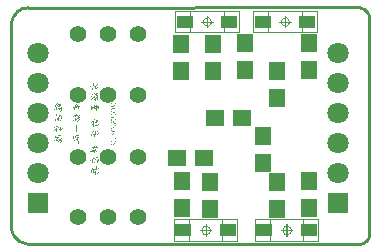
<source format=gbs>
G04*
G04 #@! TF.GenerationSoftware,Altium Limited,Altium Designer,22.0.2 (36)*
G04*
G04 Layer_Color=16711935*
%FSTAX25Y25*%
%MOIN*%
G70*
G04*
G04 #@! TF.SameCoordinates,371D3646-10FE-40E0-BBDF-05722AEB6D60*
G04*
G04*
G04 #@! TF.FilePolarity,Negative*
G04*
G01*
G75*
%ADD10C,0.01000*%
%ADD24C,0.00197*%
%ADD25C,0.00004*%
%ADD31R,0.05524X0.04147*%
%ADD32R,0.05800X0.05918*%
%ADD33R,0.05918X0.05800*%
%ADD36R,0.07099X0.07099*%
%ADD37C,0.07099*%
%ADD38C,0.05524*%
G36*
X0338441Y0349017D02*
X0338383D01*
Y0349076D01*
X0338441D01*
Y0349017D01*
D02*
G37*
G36*
X0338383Y0348958D02*
X0338324D01*
Y0349017D01*
X0338383D01*
Y0348958D01*
D02*
G37*
G36*
X0336042Y0347905D02*
X0335984D01*
Y0347847D01*
X0335925D01*
Y0347788D01*
X0335867D01*
Y034773D01*
X0335808D01*
Y0347613D01*
X033575D01*
Y0347554D01*
X0335457D01*
Y0347847D01*
X0335516D01*
Y0347964D01*
X0335691D01*
Y0347905D01*
X0335925D01*
Y0347964D01*
X0336042D01*
Y0347905D01*
D02*
G37*
G36*
X0338324Y0348841D02*
X0338266D01*
Y0348783D01*
X0338207D01*
Y0348724D01*
X0338149D01*
Y0348607D01*
X033809D01*
Y0348549D01*
X0338032D01*
Y034849D01*
X0337973D01*
Y0348432D01*
X0337915D01*
Y0348373D01*
X0337856D01*
Y0348315D01*
X0337798D01*
Y0348256D01*
X0337739D01*
Y0348198D01*
X0337681D01*
Y0348139D01*
X0337622D01*
Y0348081D01*
X0337564D01*
Y0348022D01*
X0337505D01*
Y0347964D01*
X0337447D01*
Y0347905D01*
X0337388D01*
Y0347788D01*
X033733D01*
Y0347437D01*
X0337388D01*
Y0347378D01*
X0337505D01*
Y034732D01*
X0337739D01*
Y0347378D01*
X0337798D01*
Y0347437D01*
X0337915D01*
Y0347496D01*
X0337973D01*
Y0347554D01*
X0338032D01*
Y0347671D01*
X0337973D01*
Y0347788D01*
X0338032D01*
Y0347847D01*
X0338149D01*
Y0347905D01*
X0338207D01*
Y0347964D01*
X0338266D01*
Y0347905D01*
X0338324D01*
Y0347847D01*
X0338266D01*
Y034773D01*
X0338207D01*
Y0347671D01*
Y0347613D01*
X0338149D01*
Y0347554D01*
X033809D01*
Y0347437D01*
X0338032D01*
Y0347378D01*
X0337973D01*
Y034732D01*
X0337915D01*
Y0347262D01*
X0337856D01*
Y0347203D01*
X0337739D01*
Y0347145D01*
X0337564D01*
Y0347086D01*
X0337447D01*
Y0347145D01*
X0337154D01*
Y0347203D01*
X0337096D01*
Y0347262D01*
X0337037D01*
Y0347671D01*
X0337096D01*
Y034773D01*
X0336979D01*
Y0347671D01*
X033692D01*
Y0347613D01*
X0336803D01*
Y0347554D01*
X0336686D01*
Y0347671D01*
X0336744D01*
Y034773D01*
X0336803D01*
Y0347788D01*
X033692D01*
Y0347847D01*
X0336979D01*
Y0347905D01*
X0337037D01*
Y0347964D01*
X0337096D01*
Y0348081D01*
X0337154D01*
Y0348139D01*
X033733D01*
Y0348198D01*
X0337388D01*
Y0348256D01*
X0337505D01*
Y0348315D01*
X0337564D01*
Y0348373D01*
X0337681D01*
Y0348432D01*
X0337739D01*
Y034849D01*
X0337798D01*
Y0348549D01*
X0337915D01*
Y0348607D01*
X0337973D01*
Y0348666D01*
X0338032D01*
Y0348724D01*
X033809D01*
Y0348783D01*
X0338149D01*
Y0348841D01*
X0338207D01*
Y03489D01*
X0338266D01*
Y0348958D01*
X0338324D01*
Y0348841D01*
D02*
G37*
G36*
X0336862Y0348666D02*
X0336803D01*
Y034849D01*
X0336744D01*
Y0348256D01*
X0336686D01*
Y0348022D01*
X0336628D01*
Y0347613D01*
X0336569D01*
Y034732D01*
X0336628D01*
Y0347145D01*
X0336569D01*
Y034691D01*
X033651D01*
Y0346676D01*
X0336393D01*
Y0346735D01*
X0336335D01*
Y0346793D01*
X0336276D01*
Y0347203D01*
X0336335D01*
Y0347437D01*
Y0347496D01*
Y0347554D01*
X0336393D01*
Y0348022D01*
X0336452D01*
Y0348373D01*
X033651D01*
Y0348607D01*
X0336569D01*
Y03489D01*
X0336628D01*
Y0348958D01*
X0336686D01*
Y0349017D01*
X0336862D01*
Y0348666D01*
D02*
G37*
G36*
X033692Y0345623D02*
X0336979D01*
Y0345565D01*
X0337037D01*
Y0345506D01*
X0337096D01*
Y0345389D01*
X0337037D01*
Y0345331D01*
X033692D01*
Y0345272D01*
X0336862D01*
Y0345331D01*
X0336803D01*
Y0345389D01*
X0336744D01*
Y0345682D01*
X033692D01*
Y0345623D01*
D02*
G37*
G36*
X0338032Y0345565D02*
X033809D01*
Y0345506D01*
X0338149D01*
Y0345447D01*
X0338207D01*
Y0345331D01*
X0338266D01*
Y0345272D01*
X0338207D01*
Y0345214D01*
X0337973D01*
Y0345272D01*
X0337798D01*
Y0345155D01*
X0337739D01*
Y0344862D01*
X0338032D01*
Y0344804D01*
X033809D01*
Y0344745D01*
X0338149D01*
Y0344628D01*
X0338207D01*
Y0344453D01*
X0338266D01*
Y0344219D01*
X0338207D01*
Y0343868D01*
X0338149D01*
Y0343751D01*
X0338266D01*
Y0343634D01*
X0338207D01*
Y0343516D01*
X033809D01*
Y0343458D01*
X0337973D01*
Y03434D01*
X0337915D01*
Y0343341D01*
X0337505D01*
Y0343283D01*
X0337447D01*
Y0343107D01*
X0337388D01*
Y034299D01*
X0337271D01*
Y0343048D01*
X0337213D01*
Y0343341D01*
X0337154D01*
Y03434D01*
X0336979D01*
Y0343458D01*
X0336744D01*
Y0343516D01*
X0336686D01*
Y0343751D01*
X0336744D01*
Y0343985D01*
X0336803D01*
Y034416D01*
X0336862D01*
Y0344277D01*
X033692D01*
Y0344336D01*
X0336979D01*
Y0344394D01*
X0336862D01*
Y0344336D01*
X0336803D01*
Y0344277D01*
X0336744D01*
Y0344219D01*
X0336686D01*
Y034416D01*
X0336628D01*
Y0344102D01*
X0336569D01*
Y0344043D01*
X033651D01*
Y0343926D01*
X0336452D01*
Y0343868D01*
X0336393D01*
Y0343809D01*
X0336335D01*
Y0343751D01*
X0336276D01*
Y0343575D01*
X0336218D01*
Y0343458D01*
X0335984D01*
Y0343516D01*
X0336042D01*
Y0343809D01*
X0336101D01*
Y0344102D01*
X0336159D01*
Y0344277D01*
X0336218D01*
Y0344394D01*
X0336335D01*
Y0344219D01*
X0336276D01*
Y0343985D01*
X0336218D01*
Y0343809D01*
X0336276D01*
Y0343868D01*
X0336335D01*
Y0343926D01*
X0336393D01*
Y0344043D01*
X0336452D01*
Y0344102D01*
X033651D01*
Y034416D01*
X0336569D01*
Y0344277D01*
X0336686D01*
Y0344336D01*
X0336744D01*
Y0344394D01*
X0336803D01*
Y0344453D01*
X033692D01*
Y0344511D01*
X0336979D01*
Y034457D01*
X0337037D01*
Y0344628D01*
X0337154D01*
Y0344687D01*
X0337213D01*
Y0344745D01*
X033733D01*
Y0344804D01*
X0337447D01*
Y0344921D01*
X0337505D01*
Y0345155D01*
X0337564D01*
Y0345272D01*
X0337447D01*
Y0345214D01*
X033733D01*
Y0345155D01*
X0337154D01*
Y0345096D01*
X0337037D01*
Y0345155D01*
X0337096D01*
Y0345214D01*
X0337213D01*
Y0345272D01*
X033733D01*
Y0345331D01*
X0337447D01*
Y0345389D01*
X0337564D01*
Y0345447D01*
X0337622D01*
Y0345506D01*
X0337739D01*
Y0345623D01*
X0338032D01*
Y0345565D01*
D02*
G37*
G36*
X0337037Y0345038D02*
X0336979D01*
Y0345096D01*
X0337037D01*
Y0345038D01*
D02*
G37*
G36*
X0336979Y0344979D02*
X0336862D01*
Y0345038D01*
X0336979D01*
Y0344979D01*
D02*
G37*
G36*
X0336335Y0345389D02*
X0336393D01*
Y0345331D01*
X0336452D01*
Y0345214D01*
X033651D01*
Y0345155D01*
X0336452D01*
Y0345038D01*
X0336276D01*
Y0344979D01*
X0336218D01*
Y0345038D01*
X0336159D01*
Y0345096D01*
X0336101D01*
Y0345214D01*
X0336042D01*
Y0345272D01*
Y0345331D01*
X0336101D01*
Y0345389D01*
X0336276D01*
Y0345447D01*
X0336335D01*
Y0345389D01*
D02*
G37*
G36*
X0336862Y0344921D02*
X0336803D01*
Y0344979D01*
X0336862D01*
Y0344921D01*
D02*
G37*
G36*
X0336628Y0344979D02*
X0336569D01*
Y0344921D01*
X033651D01*
Y0344862D01*
X0336452D01*
Y0344804D01*
X0336393D01*
Y0344745D01*
X0336335D01*
Y0344687D01*
X0336276D01*
Y0344628D01*
X0336218D01*
Y034457D01*
X0336159D01*
Y0344511D01*
X0336101D01*
Y0344453D01*
X0336042D01*
Y0344394D01*
X0335984D01*
Y0344336D01*
X0335925D01*
Y0344219D01*
X0335867D01*
Y034416D01*
X0335808D01*
Y0343926D01*
X0335633D01*
Y0343985D01*
X0335574D01*
Y0344043D01*
X0335633D01*
Y034416D01*
X0335691D01*
Y0344219D01*
X033575D01*
Y0344277D01*
X0335808D01*
Y0344336D01*
X0335867D01*
Y0344394D01*
X0335925D01*
Y0344453D01*
X0335984D01*
Y0344511D01*
X0336042D01*
Y034457D01*
X0336101D01*
Y0344628D01*
X0336159D01*
Y0344687D01*
X0336218D01*
Y0344745D01*
X0336276D01*
Y0344804D01*
X0336335D01*
Y0344862D01*
X0336393D01*
Y0344921D01*
X0336452D01*
Y0344979D01*
X033651D01*
Y0345038D01*
X0336628D01*
Y0344979D01*
D02*
G37*
G36*
X0325276Y0342405D02*
X0325159D01*
Y0342463D01*
X0325276D01*
Y0342405D01*
D02*
G37*
G36*
X0325159Y0342346D02*
X0325042D01*
Y0342405D01*
X0325159D01*
Y0342346D01*
D02*
G37*
G36*
X0338149Y0342054D02*
X033809D01*
Y0342112D01*
X0338149D01*
Y0342054D01*
D02*
G37*
G36*
X033809Y0341937D02*
X0338032D01*
Y0341878D01*
X0337973D01*
Y0341761D01*
X0337915D01*
Y0341644D01*
X0337856D01*
Y0341586D01*
X0337798D01*
Y0341469D01*
X0337739D01*
Y034141D01*
X0337681D01*
Y0341352D01*
X0337622D01*
Y0341293D01*
X0337564D01*
Y0341234D01*
X0337505D01*
Y0341176D01*
X0337447D01*
Y0341117D01*
X0337388D01*
Y0341059D01*
X033733D01*
Y0341D01*
X0337213D01*
Y0340942D01*
X0337096D01*
Y0340825D01*
X0337037D01*
Y0340649D01*
X0337096D01*
Y0340708D01*
X0337213D01*
Y0340649D01*
X033733D01*
Y0340591D01*
X0337388D01*
Y0340532D01*
X0337505D01*
Y0340825D01*
X0337564D01*
Y0340883D01*
X0337622D01*
Y0340942D01*
X0337681D01*
Y0341D01*
X0337622D01*
Y0341059D01*
X0337564D01*
Y0341176D01*
X0337622D01*
Y0341234D01*
X0337739D01*
Y0341293D01*
X0338149D01*
Y0341234D01*
X0338266D01*
Y0341176D01*
X0338324D01*
Y0341117D01*
X0338383D01*
Y0341059D01*
X0338441D01*
Y0341D01*
X03385D01*
Y0340766D01*
X0338441D01*
Y0340649D01*
X0338559D01*
Y0340474D01*
X03385D01*
Y0340415D01*
X0338383D01*
Y0340357D01*
X0338266D01*
Y0340298D01*
X0338032D01*
Y034024D01*
X0337622D01*
Y0340181D01*
X0337681D01*
Y0340123D01*
X0337739D01*
Y0340006D01*
X0337798D01*
Y033983D01*
X0337856D01*
Y0339713D01*
X0337798D01*
Y0339538D01*
X0337681D01*
Y0339596D01*
X0337622D01*
Y0339655D01*
X0337564D01*
Y0339772D01*
X0337505D01*
Y0339889D01*
X0337447D01*
Y0340006D01*
X0337388D01*
Y0340181D01*
X033733D01*
Y034024D01*
X0337271D01*
Y0340357D01*
X0337213D01*
Y0340415D01*
X0337154D01*
Y0340474D01*
X0337096D01*
Y0340591D01*
X0337037D01*
Y0340298D01*
X0336979D01*
Y0339947D01*
X033692D01*
Y0339889D01*
X0336803D01*
Y0339947D01*
X0336744D01*
Y0340766D01*
X0336686D01*
Y0340649D01*
X0336628D01*
Y0340474D01*
X0336569D01*
Y0340415D01*
X033651D01*
Y0340298D01*
X0336276D01*
Y0340474D01*
X0336218D01*
Y0340415D01*
X0336159D01*
Y0340298D01*
X0336101D01*
Y0340181D01*
X0336042D01*
Y0340123D01*
X0335925D01*
Y0340532D01*
X0335516D01*
Y0340766D01*
X0335867D01*
Y0340825D01*
X0335925D01*
Y0341117D01*
X0335984D01*
Y0341293D01*
X0336042D01*
Y034141D01*
X0336101D01*
Y0341469D01*
X0336159D01*
Y0341527D01*
X0336276D01*
Y034141D01*
X0336335D01*
Y0341293D01*
X0336276D01*
Y0341234D01*
X0336218D01*
Y0341176D01*
X0336159D01*
Y0340883D01*
X0336335D01*
Y0341059D01*
X0336393D01*
Y0341176D01*
X0336452D01*
Y0341293D01*
X033651D01*
Y034141D01*
X0336628D01*
Y0341D01*
X0336686D01*
Y0341059D01*
X0336744D01*
Y0341117D01*
X0336803D01*
Y0341234D01*
X0336862D01*
Y034141D01*
X033692D01*
Y0341527D01*
X0336979D01*
Y0341644D01*
X0337037D01*
Y0341761D01*
X0337096D01*
Y034182D01*
X0337154D01*
Y0341878D01*
X0337213D01*
Y0341469D01*
X0337154D01*
Y0341293D01*
X0337271D01*
Y0341352D01*
X0337388D01*
Y034141D01*
X0337447D01*
Y0341469D01*
X0337505D01*
Y0341527D01*
X0337564D01*
Y0341586D01*
X0337622D01*
Y0341644D01*
X0337681D01*
Y0341703D01*
X0337739D01*
Y0341761D01*
X0337798D01*
Y034182D01*
X0337856D01*
Y0341878D01*
X0337915D01*
Y0341937D01*
X0337973D01*
Y0341995D01*
X0338032D01*
Y0342054D01*
X033809D01*
Y0341937D01*
D02*
G37*
G36*
X0344293Y0341059D02*
X0344234D01*
Y0341D01*
X0344176D01*
Y0340942D01*
X0344117D01*
Y0340883D01*
X0344059D01*
Y0341117D01*
X0344117D01*
Y0342112D01*
X0344059D01*
Y0342054D01*
X0344D01*
Y0341937D01*
X0343942D01*
Y034182D01*
X0343883D01*
Y0341703D01*
X0343825D01*
Y0341644D01*
X0343766D01*
Y0341527D01*
X0343708D01*
Y0341469D01*
X0343649D01*
Y034141D01*
X0343591D01*
Y0341352D01*
X0343532D01*
Y0341234D01*
X0343415D01*
Y0341176D01*
X0343357D01*
Y0341117D01*
X0343298D01*
Y0341059D01*
X0343181D01*
Y0341D01*
X0342713D01*
Y0341059D01*
X0342596D01*
Y0341117D01*
X0342537D01*
Y0341176D01*
X0342479D01*
Y0341293D01*
X0342421D01*
Y0341527D01*
X0342362D01*
Y034182D01*
X0342421D01*
Y0341995D01*
X0342479D01*
Y0342112D01*
X0342537D01*
Y0342229D01*
X0342596D01*
Y0342405D01*
X0342947D01*
Y0342346D01*
X0342889D01*
Y0342288D01*
X034283D01*
Y0342229D01*
X0342772D01*
Y0342171D01*
X0342713D01*
Y0342054D01*
X0342655D01*
Y0341995D01*
X0342596D01*
Y0341937D01*
Y0341878D01*
Y034182D01*
X0342537D01*
Y0341469D01*
X0342596D01*
Y0341352D01*
X0342655D01*
Y0341293D01*
X0342713D01*
Y0341234D01*
X034283D01*
Y0341176D01*
X0343064D01*
Y0341234D01*
X0343181D01*
Y0341293D01*
X0343298D01*
Y0341352D01*
X0343357D01*
Y034141D01*
X0343415D01*
Y0341469D01*
X0343474D01*
Y0341527D01*
X0343532D01*
Y0341586D01*
X0343591D01*
Y0341644D01*
X0343649D01*
Y0341761D01*
X0343708D01*
Y034182D01*
X0343766D01*
Y0341937D01*
X0343825D01*
Y0341995D01*
X0343883D01*
Y0342112D01*
X0343942D01*
Y0342229D01*
X0344D01*
Y0342346D01*
X0344059D01*
Y0342405D01*
X0344117D01*
Y0342463D01*
X0344293D01*
Y0341059D01*
D02*
G37*
G36*
X0331069Y034182D02*
X0331244D01*
Y0341761D01*
X0331303D01*
Y0341703D01*
X033142D01*
Y0341644D01*
X0331478D01*
Y0341586D01*
X0331537D01*
Y0341527D01*
X0331595D01*
Y0341469D01*
X0331712D01*
Y034141D01*
X0331771D01*
Y0341176D01*
X0332005D01*
Y0341117D01*
X0332122D01*
Y0341059D01*
X033218D01*
Y0340942D01*
X0332239D01*
Y0340766D01*
X0332297D01*
Y0340298D01*
X0332239D01*
Y0340123D01*
X033218D01*
Y0340064D01*
X0332122D01*
Y0339947D01*
X0332063D01*
Y0339889D01*
X0331946D01*
Y033983D01*
X0331888D01*
Y0339772D01*
X0331829D01*
Y033983D01*
X0331712D01*
Y0339889D01*
X0331537D01*
Y0340064D01*
X0331595D01*
Y0340123D01*
X0331654D01*
Y0340181D01*
X0331712D01*
Y0340006D01*
X0331946D01*
Y0340064D01*
X0332005D01*
Y0340123D01*
X0332063D01*
Y034024D01*
X0332122D01*
Y0340474D01*
X033218D01*
Y0340591D01*
X0332122D01*
Y0340825D01*
X0332063D01*
Y0340883D01*
X0331946D01*
Y0340942D01*
X0331829D01*
Y0340883D01*
X0331712D01*
Y0340649D01*
X0331654D01*
Y0340474D01*
X0331595D01*
Y0340357D01*
X0331537D01*
Y0340298D01*
X033142D01*
Y034024D01*
X0331361D01*
Y0340181D01*
X0331303D01*
Y0340123D01*
X0331244D01*
Y0340064D01*
X0331186D01*
Y0340006D01*
X0331069D01*
Y0339947D01*
X0330951D01*
Y0339889D01*
X0330425D01*
Y0339947D01*
X0330308D01*
Y0340064D01*
X0330249D01*
Y0340298D01*
X0330308D01*
Y0340766D01*
X0330015D01*
Y0340708D01*
X0329898D01*
Y0340649D01*
X0329723D01*
Y0340708D01*
X0329664D01*
Y0340942D01*
X032984D01*
Y0341D01*
X0330366D01*
Y0341117D01*
X0330425D01*
Y0341234D01*
X0330483D01*
Y0341293D01*
X0330601D01*
Y0341352D01*
X0330776D01*
Y0341176D01*
X0330717D01*
Y0341117D01*
X0330776D01*
Y0341059D01*
X0330893D01*
Y0341117D01*
X0330951D01*
Y0341176D01*
X033101D01*
Y0341293D01*
X0331186D01*
Y0341176D01*
X0331244D01*
Y0341117D01*
X0331303D01*
Y0341176D01*
X033142D01*
Y0341234D01*
X0331478D01*
Y034141D01*
X033142D01*
Y0341469D01*
X0331186D01*
Y0341527D01*
X0331244D01*
Y0341586D01*
X0331186D01*
Y0341644D01*
X0330835D01*
Y0341586D01*
X0330717D01*
Y0341527D01*
X0330659D01*
Y034141D01*
X0330425D01*
Y0341469D01*
X0330366D01*
Y0341586D01*
X0330425D01*
Y0341644D01*
X0330483D01*
Y0341703D01*
X0330542D01*
Y0341761D01*
X0330659D01*
Y034182D01*
X0330776D01*
Y0341878D01*
X0331069D01*
Y034182D01*
D02*
G37*
G36*
X0325451Y0342054D02*
X0325568D01*
Y0341995D01*
X0325685D01*
Y0341937D01*
X0325744D01*
Y0341878D01*
X0325919D01*
Y0341761D01*
X0325861D01*
Y0341703D01*
X0325802D01*
Y0341586D01*
X0325861D01*
Y0341644D01*
X0325919D01*
Y0341469D01*
X0325861D01*
Y0341352D01*
X0325744D01*
Y0341293D01*
X0325685D01*
Y0341234D01*
X0325568D01*
Y0341176D01*
X0325334D01*
Y0341117D01*
X0324983D01*
Y0341176D01*
X032469D01*
Y0341234D01*
X0324573D01*
Y034141D01*
X0324632D01*
Y0341527D01*
X032469D01*
Y0341586D01*
X0324749D01*
Y0341644D01*
X0324808D01*
Y0341703D01*
X0324983D01*
Y0341761D01*
X0325159D01*
Y034182D01*
X0325276D01*
Y0341937D01*
X0325217D01*
Y0341878D01*
X0325042D01*
Y034182D01*
X0324808D01*
Y0341937D01*
X0324866D01*
Y0342054D01*
X0324983D01*
Y0342112D01*
X0325451D01*
Y0342054D01*
D02*
G37*
G36*
X0325042Y0342288D02*
X0324983D01*
Y0342229D01*
X0324866D01*
Y0342171D01*
X0324808D01*
Y0342112D01*
X0324749D01*
Y0342054D01*
X032469D01*
Y0341995D01*
X0324632D01*
Y0341937D01*
X0324573D01*
Y0341878D01*
X0324515D01*
Y034182D01*
X0324456D01*
Y0341703D01*
X0324398D01*
Y0341644D01*
X0324339D01*
Y0341527D01*
X0324281D01*
Y0341469D01*
X0324222D01*
Y0341234D01*
X0324164D01*
Y0341176D01*
X0324105D01*
Y0341117D01*
X0323988D01*
Y0341059D01*
X0323871D01*
Y0341117D01*
X0323813D01*
Y0341352D01*
X0323871D01*
Y0341469D01*
X032393D01*
Y0341527D01*
X0323988D01*
Y0341586D01*
X0324047D01*
Y0341644D01*
X0324105D01*
Y0341703D01*
X0324164D01*
Y0341761D01*
X0324222D01*
Y034182D01*
X0324281D01*
Y0341878D01*
X0324339D01*
Y0341937D01*
X0324398D01*
Y0341995D01*
X0324515D01*
Y0342054D01*
X0324573D01*
Y0342112D01*
X0324632D01*
Y0342171D01*
X0324749D01*
Y0342229D01*
X0324808D01*
Y0342288D01*
X0324924D01*
Y0342346D01*
X0325042D01*
Y0342288D01*
D02*
G37*
G36*
X032627Y0341059D02*
X0326212D01*
Y0340942D01*
X0326153D01*
Y0340883D01*
X0326095D01*
Y0340825D01*
X0326036D01*
Y0340766D01*
X0325978D01*
Y0340708D01*
X0325919D01*
Y0340649D01*
X0325978D01*
Y0340591D01*
X0326036D01*
Y0340532D01*
X0326095D01*
Y0340415D01*
X0326153D01*
Y0339889D01*
X0326095D01*
Y0339772D01*
X0326036D01*
Y0339655D01*
X0325978D01*
Y0339596D01*
X0325919D01*
Y0339538D01*
X0325685D01*
Y0339479D01*
X0325568D01*
Y0339538D01*
X032551D01*
Y0339596D01*
X0325451D01*
Y0339655D01*
X0325393D01*
Y0339772D01*
X0325802D01*
Y0339713D01*
X0325861D01*
Y033983D01*
X0325919D01*
Y0339947D01*
X0325978D01*
Y034024D01*
X0325919D01*
Y0340357D01*
X0325744D01*
Y0340415D01*
X0325627D01*
Y0340357D01*
X0325568D01*
Y0340298D01*
X032551D01*
Y0340181D01*
X0325451D01*
Y0340123D01*
X0325393D01*
Y0340064D01*
X0325334D01*
Y0340006D01*
X0325276D01*
Y0339947D01*
X0325217D01*
Y0339889D01*
X0325042D01*
Y0340006D01*
X0324983D01*
Y0340064D01*
X0325042D01*
Y0340181D01*
X03251D01*
Y0340298D01*
X0325159D01*
Y0340415D01*
X0325217D01*
Y0340591D01*
X0325159D01*
Y0340532D01*
X03251D01*
Y0340357D01*
X0325042D01*
Y0340298D01*
X0324983D01*
Y034024D01*
X0324924D01*
Y0340181D01*
X0324749D01*
Y0340298D01*
X032469D01*
Y0340415D01*
X0324749D01*
Y0340532D01*
X0324808D01*
Y0340649D01*
X0324866D01*
Y0340591D01*
X0324924D01*
Y0340532D01*
X0325042D01*
Y0340591D01*
X03251D01*
Y0340649D01*
X0325159D01*
Y0340708D01*
X0325217D01*
Y0340766D01*
X0325276D01*
Y0340825D01*
X0325334D01*
Y0340883D01*
X0325451D01*
Y0340942D01*
X032551D01*
Y0340883D01*
X0325568D01*
Y0340708D01*
X032551D01*
Y0340591D01*
X0325568D01*
Y0340649D01*
X0325627D01*
Y0340708D01*
X0325685D01*
Y0340766D01*
X0325744D01*
Y0340825D01*
X0325802D01*
Y0340883D01*
X0325861D01*
Y0340942D01*
X0325919D01*
Y0341D01*
X0325978D01*
Y0341059D01*
X0326036D01*
Y0341176D01*
X0326095D01*
Y0341234D01*
X032627D01*
Y0341059D01*
D02*
G37*
G36*
X032393Y0340357D02*
X0323871D01*
Y0340181D01*
X0323813D01*
Y0340123D01*
X032352D01*
Y0340357D01*
X0323579D01*
Y0340415D01*
X0323871D01*
Y0340474D01*
X032393D01*
Y0340357D01*
D02*
G37*
G36*
X0324749Y0340883D02*
X0324632D01*
Y0340825D01*
X0324573D01*
Y0340766D01*
X0324515D01*
Y0340649D01*
X0324456D01*
Y0340474D01*
X0324398D01*
Y034024D01*
X0324339D01*
Y0339947D01*
X0324281D01*
Y033983D01*
X0324398D01*
Y0339889D01*
X0324456D01*
Y0339947D01*
X0324515D01*
Y0340064D01*
X0324573D01*
Y033983D01*
X0324632D01*
Y0339772D01*
X0324573D01*
Y0339713D01*
X0324515D01*
Y0339655D01*
X0324456D01*
Y0339596D01*
X0324222D01*
Y0339655D01*
X0324164D01*
Y0339713D01*
X0324105D01*
Y0340123D01*
X0324164D01*
Y0340415D01*
X0324222D01*
Y0340591D01*
X0324281D01*
Y0340708D01*
X0324339D01*
Y0340766D01*
X0324222D01*
Y0340708D01*
X0324164D01*
Y0340883D01*
X0324222D01*
Y0340942D01*
X0324339D01*
Y0341D01*
X0324456D01*
Y0341059D01*
X0324749D01*
Y0340883D01*
D02*
G37*
G36*
X0343825Y0340532D02*
X0343942D01*
Y0340474D01*
X0344059D01*
Y0340415D01*
X0344117D01*
Y0340357D01*
X0344176D01*
Y034024D01*
X0344234D01*
Y0340064D01*
X0344293D01*
Y0339655D01*
X0344234D01*
Y0339479D01*
X0344176D01*
Y0339421D01*
X0344117D01*
Y0339303D01*
X0344D01*
Y0339245D01*
X0343883D01*
Y0339186D01*
X0343708D01*
Y0339128D01*
X0343123D01*
Y0339186D01*
X0342889D01*
Y0339245D01*
X0342772D01*
Y0339303D01*
X0342655D01*
Y0339362D01*
X0342596D01*
Y0339421D01*
X0342537D01*
Y0339538D01*
X0342479D01*
Y0339655D01*
X0342421D01*
Y033983D01*
X0342362D01*
Y0339947D01*
X0342421D01*
Y0340064D01*
X0342479D01*
Y0340181D01*
X0342537D01*
Y0340298D01*
X0342596D01*
Y0340357D01*
X0342655D01*
Y0340415D01*
X0342713D01*
Y0340474D01*
X034283D01*
Y0340532D01*
X0342947D01*
Y0340591D01*
X0343825D01*
Y0340532D01*
D02*
G37*
G36*
X0331069Y033866D02*
X0331127D01*
Y0338367D01*
X0331712D01*
Y0338309D01*
X033218D01*
Y033825D01*
X0332297D01*
Y0338075D01*
X0332122D01*
Y0338133D01*
X0331654D01*
Y0338192D01*
X0331595D01*
Y0338133D01*
X0331069D01*
Y0338075D01*
X0330951D01*
Y0337899D01*
X0330893D01*
Y0337782D01*
X0330835D01*
Y0337724D01*
X0330776D01*
Y0337665D01*
X0330717D01*
Y0337607D01*
X0330659D01*
Y0337665D01*
X0330483D01*
Y0337724D01*
X0330425D01*
Y0337841D01*
X0330483D01*
Y0337958D01*
X0330308D01*
Y0337899D01*
X0330132D01*
Y0337841D01*
X0330074D01*
Y0337782D01*
X0330015D01*
Y0337724D01*
X032984D01*
Y0337782D01*
X0329781D01*
Y0337958D01*
X032984D01*
Y0338016D01*
X0329957D01*
Y0338075D01*
X0330074D01*
Y0338133D01*
X0330308D01*
Y0338192D01*
X0330542D01*
Y033825D01*
X0330659D01*
Y0338426D01*
X0330717D01*
Y0338484D01*
X0330776D01*
Y0338543D01*
X0330835D01*
Y0338601D01*
X0330893D01*
Y033866D01*
X033101D01*
Y0338718D01*
X0331069D01*
Y033866D01*
D02*
G37*
G36*
X0325568Y033825D02*
X0325744D01*
Y0338192D01*
X0325802D01*
Y0338133D01*
X0325861D01*
Y0338075D01*
X0325919D01*
Y0338016D01*
X0325978D01*
Y0337958D01*
X0325919D01*
Y0337899D01*
X0325802D01*
Y0337958D01*
X0325393D01*
Y0337899D01*
X0325334D01*
Y0337782D01*
X0325393D01*
Y0337724D01*
X0325568D01*
Y0337665D01*
X0325685D01*
Y0337548D01*
X0325744D01*
Y0337665D01*
X0325802D01*
Y0337724D01*
X0325861D01*
Y0337782D01*
X0325919D01*
Y0337841D01*
X0326036D01*
Y0337782D01*
X0326095D01*
Y0337724D01*
X0326153D01*
Y0337197D01*
X0326095D01*
Y0336904D01*
X0326036D01*
Y0336846D01*
X0325978D01*
Y0336787D01*
X0325919D01*
Y0336729D01*
X0325861D01*
Y0336612D01*
X0325802D01*
Y0336553D01*
X0325685D01*
Y0336495D01*
X0325627D01*
Y0336436D01*
X0325451D01*
Y0336378D01*
X0325334D01*
Y0336319D01*
X0324983D01*
Y0336378D01*
X0324924D01*
Y0336436D01*
X0324866D01*
Y0336787D01*
X0324456D01*
Y0336846D01*
X0324398D01*
Y0336963D01*
X0324456D01*
Y0337021D01*
X0324515D01*
Y033708D01*
X0324573D01*
Y0336963D01*
X0324866D01*
Y0337021D01*
X0324924D01*
Y0337314D01*
X0324808D01*
Y0337255D01*
X0324749D01*
Y0337197D01*
X032469D01*
Y0337138D01*
X0324632D01*
Y0337255D01*
X032469D01*
Y0337314D01*
X0324749D01*
Y0337372D01*
X0324866D01*
Y0337431D01*
X0324983D01*
Y0337665D01*
X0324808D01*
Y0337607D01*
X032469D01*
Y0337548D01*
X0324632D01*
Y033749D01*
X032469D01*
Y0337431D01*
X0324573D01*
Y033749D01*
X0324515D01*
Y0337607D01*
X0324573D01*
Y0337665D01*
X032469D01*
Y0337724D01*
X0324866D01*
Y0337782D01*
X0325042D01*
Y0337841D01*
X03251D01*
Y0337958D01*
X0325159D01*
Y0338016D01*
X0325042D01*
Y0338192D01*
X0325159D01*
Y033825D01*
X0325217D01*
Y0338309D01*
X0325568D01*
Y033825D01*
D02*
G37*
G36*
X0344293Y0337431D02*
X0344234D01*
Y0337372D01*
X0344176D01*
Y0337314D01*
X0344117D01*
Y0337255D01*
X0344059D01*
Y033749D01*
X0344117D01*
Y0338484D01*
X0344059D01*
Y0338426D01*
X0344D01*
Y0338309D01*
X0343942D01*
Y0338192D01*
X0343883D01*
Y0338075D01*
X0343825D01*
Y0338016D01*
X0343766D01*
Y0337899D01*
X0343708D01*
Y0337841D01*
X0343649D01*
Y0337782D01*
X0343591D01*
Y0337724D01*
X0343532D01*
Y0337607D01*
X0343415D01*
Y0337548D01*
X0343357D01*
Y033749D01*
X0343298D01*
Y0337431D01*
X0343181D01*
Y0337372D01*
X0342713D01*
Y0337431D01*
X0342596D01*
Y033749D01*
X0342537D01*
Y0337548D01*
X0342479D01*
Y0337665D01*
X0342421D01*
Y0337899D01*
X0342362D01*
Y0338192D01*
X0342421D01*
Y0338367D01*
X0342479D01*
Y0338484D01*
X0342537D01*
Y0338601D01*
X0342596D01*
Y0338777D01*
X0342947D01*
Y0338718D01*
X0342889D01*
Y033866D01*
X034283D01*
Y0338601D01*
X0342772D01*
Y0338543D01*
X0342713D01*
Y0338426D01*
X0342655D01*
Y0338367D01*
X0342596D01*
Y0338192D01*
X0342537D01*
Y0337841D01*
X0342596D01*
Y0337724D01*
X0342655D01*
Y0337665D01*
X0342713D01*
Y0337607D01*
X034283D01*
Y0337548D01*
X0343064D01*
Y0337607D01*
X0343181D01*
Y0337665D01*
X0343298D01*
Y0337724D01*
X0343357D01*
Y0337782D01*
X0343415D01*
Y0337841D01*
X0343474D01*
Y0337899D01*
X0343532D01*
Y0337958D01*
X0343591D01*
Y0338016D01*
X0343649D01*
Y0338133D01*
X0343708D01*
Y0338192D01*
X0343766D01*
Y0338309D01*
X0343825D01*
Y0338367D01*
X0343883D01*
Y0338484D01*
X0343942D01*
Y0338601D01*
X0344D01*
Y0338718D01*
X0344059D01*
Y0338777D01*
X0344117D01*
Y0338835D01*
X0344293D01*
Y0337431D01*
D02*
G37*
G36*
X0332414Y0337899D02*
X0332356D01*
Y0337841D01*
X0332297D01*
Y0337782D01*
X0332239D01*
Y0337724D01*
X033218D01*
Y0337607D01*
X0332122D01*
Y0337548D01*
X0332063D01*
Y033749D01*
X0332005D01*
Y0337431D01*
X0331946D01*
Y0337372D01*
X0331888D01*
Y0337314D01*
X0331829D01*
Y0337255D01*
X0331771D01*
Y0337197D01*
X0331712D01*
Y0337138D01*
X0331595D01*
Y033708D01*
X0331537D01*
Y0337021D01*
X033142D01*
Y0336963D01*
X0331303D01*
Y0336904D01*
X0331186D01*
Y0336846D01*
X033101D01*
Y0336787D01*
X0330893D01*
Y0336729D01*
X0330835D01*
Y033667D01*
Y0336612D01*
X0330776D01*
Y0336553D01*
X0330835D01*
Y0336436D01*
X0330951D01*
Y0336378D01*
X0331303D01*
Y0336436D01*
X033142D01*
Y0336495D01*
X0331537D01*
Y0336553D01*
X0331595D01*
Y0336612D01*
X0331654D01*
Y0336846D01*
X0331712D01*
Y0336963D01*
X0331946D01*
Y0337021D01*
X0332063D01*
Y0336904D01*
X0332005D01*
Y0336729D01*
X0331946D01*
Y033667D01*
X0331888D01*
Y0336612D01*
X0331829D01*
Y0336553D01*
X0331771D01*
Y0336495D01*
X0331712D01*
Y0336436D01*
X0331595D01*
Y0336378D01*
X0331537D01*
Y0336319D01*
X033142D01*
Y0336261D01*
X0331361D01*
Y0335968D01*
X0331303D01*
Y033591D01*
X0331127D01*
Y0335968D01*
X0331069D01*
Y0336202D01*
X0330893D01*
Y0336261D01*
X0330659D01*
Y0336319D01*
X0330542D01*
Y0336378D01*
X0330483D01*
Y0336553D01*
X0330308D01*
Y0336495D01*
X0330132D01*
Y0336436D01*
X0329898D01*
Y0336495D01*
X032984D01*
Y0336612D01*
X0329898D01*
Y033667D01*
X0330074D01*
Y0336729D01*
X0330191D01*
Y033667D01*
X0330249D01*
Y0336729D01*
X0330366D01*
Y0336787D01*
X0330483D01*
Y0336846D01*
X0330542D01*
Y0336904D01*
X0330601D01*
Y0337197D01*
X0330659D01*
Y0337314D01*
X0330717D01*
Y0337372D01*
X0330776D01*
Y0337431D01*
X0330893D01*
Y0337197D01*
X0330835D01*
Y0336963D01*
X0330951D01*
Y0337021D01*
X0331069D01*
Y033708D01*
X0331186D01*
Y0337138D01*
X0331303D01*
Y0337197D01*
X0331361D01*
Y0337255D01*
X0331478D01*
Y0337314D01*
X0331595D01*
Y0337372D01*
X0331654D01*
Y0337431D01*
X0331537D01*
Y0337372D01*
X0331478D01*
Y0337607D01*
X0331361D01*
Y0337548D01*
X0331303D01*
Y0337782D01*
X0331361D01*
Y0337841D01*
X033142D01*
Y0337899D01*
X0331654D01*
Y0337841D01*
X0331712D01*
Y0337724D01*
X0331771D01*
Y0337607D01*
X0331712D01*
Y033749D01*
X0331829D01*
Y0337548D01*
X0331888D01*
Y0337607D01*
X0331946D01*
Y0337665D01*
X0332063D01*
Y0337724D01*
X0332122D01*
Y0337782D01*
X033218D01*
Y0337841D01*
X0332239D01*
Y0337899D01*
X0332297D01*
Y0337958D01*
X0332356D01*
Y0338016D01*
X0332414D01*
Y0337899D01*
D02*
G37*
G36*
X0324632Y033708D02*
X0324573D01*
Y0337138D01*
X0324632D01*
Y033708D01*
D02*
G37*
G36*
X033809Y0336495D02*
X0338207D01*
Y0336436D01*
X0338266D01*
Y0336378D01*
X0338324D01*
Y0336319D01*
X033809D01*
Y0336378D01*
X0337856D01*
Y0336436D01*
X0337622D01*
Y0336378D01*
X0337505D01*
Y0336319D01*
X0337271D01*
Y0336261D01*
X0337213D01*
Y0336202D01*
X0337096D01*
Y0336261D01*
X0337154D01*
Y0336319D01*
X0337213D01*
Y0336378D01*
X0337271D01*
Y0336436D01*
X0337388D01*
Y0336495D01*
X0337622D01*
Y0336553D01*
X033809D01*
Y0336495D01*
D02*
G37*
G36*
X0324398Y0338543D02*
X0324456D01*
Y0338309D01*
X0324398D01*
Y0338192D01*
X0324339D01*
Y0337958D01*
X0324281D01*
Y0337724D01*
X0324222D01*
Y0337372D01*
X0324164D01*
Y0336904D01*
X0324222D01*
Y0336963D01*
X0324281D01*
Y0337021D01*
X0324339D01*
Y0336846D01*
X0324281D01*
Y0336729D01*
X0324222D01*
Y0336612D01*
X0324164D01*
Y0336261D01*
X0324105D01*
Y0336202D01*
X0323988D01*
Y0336495D01*
X032393D01*
Y0336846D01*
X0323988D01*
Y0337431D01*
X0324047D01*
Y0337841D01*
X0324105D01*
Y0338133D01*
X0324164D01*
Y0338367D01*
X0324222D01*
Y0338484D01*
X0324281D01*
Y0338543D01*
X0324339D01*
Y0338601D01*
X0324398D01*
Y0338543D01*
D02*
G37*
G36*
X0337096Y0336144D02*
X0337037D01*
Y0336202D01*
X0337096D01*
Y0336144D01*
D02*
G37*
G36*
X0337037Y0336085D02*
X0336979D01*
Y0336144D01*
X0337037D01*
Y0336085D01*
D02*
G37*
G36*
X0337856Y0336319D02*
X0337798D01*
Y0336261D01*
X0338032D01*
Y0336085D01*
X0337973D01*
Y0336027D01*
X0337798D01*
Y0336085D01*
X0337564D01*
Y0336144D01*
X0337447D01*
Y0336085D01*
X0337388D01*
Y033591D01*
X0337505D01*
Y0335851D01*
X0337681D01*
Y0335793D01*
X0338032D01*
Y0335851D01*
X0338149D01*
Y033591D01*
X0338207D01*
Y0336027D01*
X0338383D01*
Y0335968D01*
X0338441D01*
Y033591D01*
X0338383D01*
Y0335851D01*
X0338266D01*
Y0335793D01*
X0338207D01*
Y0335734D01*
X0337447D01*
Y0335793D01*
X0337271D01*
Y0335851D01*
X0337213D01*
Y033591D01*
X0337154D01*
Y0336085D01*
X0337213D01*
Y0336144D01*
X033733D01*
Y0336202D01*
X0337505D01*
Y0336261D01*
X0337622D01*
Y0336319D01*
X0337739D01*
Y0336378D01*
X0337856D01*
Y0336319D01*
D02*
G37*
G36*
X0336979Y0336027D02*
X033692D01*
Y0336085D01*
X0336979D01*
Y0336027D01*
D02*
G37*
G36*
X033692Y033591D02*
X0336862D01*
Y0335968D01*
X033692D01*
Y033591D01*
D02*
G37*
G36*
X0343942Y0336904D02*
X0344059D01*
Y0336846D01*
X0344117D01*
Y0336787D01*
X0344176D01*
Y033667D01*
X0344234D01*
Y0336495D01*
X0344293D01*
Y0335968D01*
X0344234D01*
Y0335734D01*
X0344176D01*
Y0335676D01*
X0344117D01*
Y0335617D01*
X0344059D01*
Y0335559D01*
X0344D01*
Y03355D01*
X0343883D01*
Y0335441D01*
X0343649D01*
Y03355D01*
X0343474D01*
Y0335559D01*
X0343415D01*
Y0335617D01*
X0343357D01*
Y0335676D01*
X0343298D01*
Y0335793D01*
X034324D01*
Y0335734D01*
X0343181D01*
Y0335617D01*
X0343064D01*
Y0335559D01*
X0342889D01*
Y03355D01*
X0342772D01*
Y0335559D01*
X0342655D01*
Y0335617D01*
X0342537D01*
Y0335734D01*
X0342479D01*
Y0335851D01*
X0342421D01*
Y0336495D01*
X0342479D01*
Y0336612D01*
X0342537D01*
Y0336846D01*
X034283D01*
Y0336729D01*
X0342772D01*
Y033667D01*
X0342713D01*
Y0336553D01*
X0342655D01*
Y0336436D01*
X0342596D01*
Y0336319D01*
X0342537D01*
Y0335968D01*
X0342596D01*
Y0335851D01*
X0342655D01*
Y0335793D01*
X0342713D01*
Y0335734D01*
X0342772D01*
Y0335676D01*
X0342889D01*
Y0335734D01*
X0343006D01*
Y0335793D01*
X0343064D01*
Y0335851D01*
X0343123D01*
Y0335968D01*
X0343181D01*
Y0336027D01*
Y0336085D01*
Y0336378D01*
X034324D01*
Y0336436D01*
X0343298D01*
Y0336495D01*
X0343357D01*
Y033591D01*
X0343415D01*
Y0335851D01*
X0343474D01*
Y0335734D01*
X0343591D01*
Y0335676D01*
X0343766D01*
Y0335617D01*
X0343825D01*
Y0335676D01*
X0343942D01*
Y0335734D01*
X0344D01*
Y0335793D01*
X0344059D01*
Y033591D01*
X0344117D01*
Y0336144D01*
X0344176D01*
Y0336202D01*
X0344117D01*
Y0336495D01*
X0344059D01*
Y0336612D01*
X0344D01*
Y033667D01*
X0343942D01*
Y0336729D01*
X0343883D01*
Y0336787D01*
X0343766D01*
Y0336904D01*
X0343883D01*
Y0336963D01*
X0343942D01*
Y0336904D01*
D02*
G37*
G36*
X0337271Y0336846D02*
X0337213D01*
Y0336787D01*
X0337154D01*
Y0336729D01*
X0337096D01*
Y033667D01*
X0337037D01*
Y0336612D01*
X033692D01*
Y0336553D01*
X0336862D01*
Y0336495D01*
X0336803D01*
Y0336436D01*
X0336744D01*
Y0336378D01*
X0336628D01*
Y0336319D01*
X0336569D01*
Y0336261D01*
X033651D01*
Y0336202D01*
X0336452D01*
Y0336144D01*
X0336335D01*
Y0336085D01*
X0336276D01*
Y0336027D01*
X0336218D01*
Y0335968D01*
X0336159D01*
Y033591D01*
X0336101D01*
Y0335851D01*
X0336042D01*
Y0335793D01*
X0335984D01*
Y0335734D01*
X0335925D01*
Y0335617D01*
X0335867D01*
Y0335559D01*
X0335925D01*
Y0335441D01*
X033575D01*
Y03355D01*
X0335691D01*
Y0335734D01*
X033575D01*
Y0335793D01*
X0335808D01*
Y0335851D01*
X0335867D01*
Y033591D01*
X0335925D01*
Y0335968D01*
X0336042D01*
Y0336027D01*
X0336101D01*
Y0336085D01*
X0336159D01*
Y0336144D01*
X0336218D01*
Y0336202D01*
X0336335D01*
Y0336261D01*
X0336393D01*
Y0336319D01*
X0336452D01*
Y0336378D01*
X0336569D01*
Y0336436D01*
X0336628D01*
Y0336495D01*
X0336686D01*
Y0336553D01*
X0336744D01*
Y0336612D01*
X0336803D01*
Y033667D01*
X0336862D01*
Y0336729D01*
X033692D01*
Y0336787D01*
X0336979D01*
Y0336846D01*
X0337037D01*
Y0336904D01*
X0337096D01*
Y0336963D01*
X0337271D01*
Y0336846D01*
D02*
G37*
G36*
X0337798Y0335441D02*
X0337856D01*
Y0335324D01*
X0337681D01*
Y0335266D01*
X0337564D01*
Y0335383D01*
X0337271D01*
Y0335441D01*
X033733D01*
Y03355D01*
X0337798D01*
Y0335441D01*
D02*
G37*
G36*
X0336744Y0336202D02*
X0336803D01*
Y0336027D01*
Y0335968D01*
Y033591D01*
X0336862D01*
Y0335793D01*
X0336803D01*
Y0335676D01*
X0336744D01*
Y0335441D01*
X0336686D01*
Y033509D01*
X0336569D01*
Y0335032D01*
X0336628D01*
Y0334856D01*
X0336686D01*
Y0334739D01*
X0336744D01*
Y0334564D01*
X0336803D01*
Y0334447D01*
X0336862D01*
Y033433D01*
X0336803D01*
Y0334154D01*
X0336686D01*
Y0334271D01*
X0336628D01*
Y033433D01*
X0336569D01*
Y0334447D01*
X033651D01*
Y0334681D01*
X0336452D01*
Y0334856D01*
X0336393D01*
Y0334973D01*
X0336335D01*
Y033509D01*
X0336276D01*
Y0335149D01*
X0336218D01*
Y0335266D01*
X0336159D01*
Y0335324D01*
X0336101D01*
Y0335441D01*
X0336042D01*
Y0335559D01*
X0336101D01*
Y0335676D01*
X0336276D01*
Y0335441D01*
X0336335D01*
Y0335324D01*
X0336393D01*
Y0335266D01*
X0336452D01*
Y03355D01*
X033651D01*
Y0335851D01*
X0336569D01*
Y0336085D01*
X0336628D01*
Y0336202D01*
X0336686D01*
Y0336261D01*
X0336744D01*
Y0336202D01*
D02*
G37*
G36*
X0337564Y0335207D02*
X0337505D01*
Y0335266D01*
X0337564D01*
Y0335207D01*
D02*
G37*
G36*
X03385Y033509D02*
X0338441D01*
Y0335032D01*
X0338383D01*
Y0334973D01*
X0338266D01*
Y0334915D01*
X0338207D01*
Y0334856D01*
X033809D01*
Y0334798D01*
X0337154D01*
Y0334856D01*
X0336862D01*
Y0334973D01*
X033692D01*
Y0335032D01*
X0337096D01*
Y0334973D01*
X0337154D01*
Y0334915D01*
X0337564D01*
Y0334856D01*
X0337856D01*
Y0334915D01*
X033809D01*
Y0334973D01*
X0338207D01*
Y0335032D01*
X0338266D01*
Y0335207D01*
X03385D01*
Y033509D01*
D02*
G37*
G36*
X0344234Y0334856D02*
X0344293D01*
Y0334739D01*
X0344234D01*
Y0334622D01*
X0344176D01*
Y0334564D01*
X0344D01*
Y0334622D01*
X0343883D01*
Y0334915D01*
X0343942D01*
Y0334973D01*
X0344234D01*
Y0334856D01*
D02*
G37*
G36*
X0324047Y033433D02*
X0323988D01*
Y0334213D01*
X0323871D01*
Y0334037D01*
X032393D01*
Y0333745D01*
X0323871D01*
Y0333686D01*
X0323754D01*
Y0333803D01*
X0323696D01*
Y0334037D01*
X0323579D01*
Y0334213D01*
X0323637D01*
Y0334271D01*
X0323696D01*
Y033433D01*
X0323813D01*
Y0334388D01*
X0323988D01*
Y0334447D01*
X0324047D01*
Y033433D01*
D02*
G37*
G36*
Y033351D02*
X0323988D01*
Y0333569D01*
X0324047D01*
Y033351D01*
D02*
G37*
G36*
X0325744Y0334213D02*
X0325802D01*
Y0333569D01*
X0325744D01*
Y0333452D01*
X0325919D01*
Y033351D01*
X0325978D01*
Y0333569D01*
X0326036D01*
Y0333628D01*
X0326095D01*
Y0333686D01*
X0326153D01*
Y0334096D01*
X0326212D01*
Y0334037D01*
X0326446D01*
Y033392D01*
X0326387D01*
Y0333803D01*
X0326329D01*
Y0333686D01*
X032627D01*
Y0333628D01*
X0326212D01*
Y0333569D01*
X0326153D01*
Y033351D01*
X0326095D01*
Y0333452D01*
X0326036D01*
Y0333393D01*
X0325978D01*
Y0333335D01*
X0325861D01*
Y0333276D01*
X0325744D01*
Y0333218D01*
X0325685D01*
Y0333101D01*
X0325627D01*
Y0332984D01*
X0325451D01*
Y0332925D01*
X0325393D01*
Y0332984D01*
X0325334D01*
Y0333335D01*
X0325276D01*
Y0333393D01*
X0325217D01*
Y0333335D01*
X0325159D01*
Y0333276D01*
X0325042D01*
Y0333218D01*
X0324983D01*
Y0333159D01*
X0324866D01*
Y0333101D01*
X0324808D01*
Y0333159D01*
X0324749D01*
Y0333218D01*
X032469D01*
Y0333335D01*
X0324632D01*
Y0333393D01*
Y0333452D01*
X032469D01*
Y0333803D01*
X0324749D01*
Y0333979D01*
X0324808D01*
Y0334096D01*
X0324866D01*
Y0334154D01*
X0324924D01*
Y0334271D01*
X0325217D01*
Y0334154D01*
X0325276D01*
Y0334096D01*
X03251D01*
Y0334037D01*
X0325042D01*
Y0333979D01*
X0324983D01*
Y0333686D01*
X0324924D01*
Y033351D01*
X0324866D01*
Y0333393D01*
X0324983D01*
Y0333452D01*
X0325042D01*
Y033351D01*
X03251D01*
Y0333628D01*
X0325159D01*
Y0333686D01*
X0325393D01*
Y0333862D01*
X0325451D01*
Y0334037D01*
X032551D01*
Y0334154D01*
X0325568D01*
Y0334271D01*
X0325627D01*
Y033433D01*
X0325744D01*
Y0334213D01*
D02*
G37*
G36*
X0323988Y0333393D02*
X032393D01*
Y0333335D01*
X0323871D01*
Y0333218D01*
X0323813D01*
Y0333042D01*
X0323754D01*
Y0332984D01*
X0323696D01*
Y0332925D01*
X032352D01*
Y0333218D01*
X0323579D01*
Y0333276D01*
X0323696D01*
Y0333335D01*
X0323813D01*
Y0333393D01*
X0323871D01*
Y0333452D01*
X032393D01*
Y033351D01*
X0323988D01*
Y0333393D01*
D02*
G37*
G36*
X0337564Y033275D02*
X0337505D01*
Y0332516D01*
X0337447D01*
Y0332165D01*
X0337388D01*
Y0331872D01*
X033733D01*
Y0331814D01*
X0337447D01*
Y0331755D01*
X0337681D01*
Y0331814D01*
X0337915D01*
Y0331872D01*
X0338032D01*
Y0331931D01*
X033809D01*
Y0331989D01*
X0338149D01*
Y0332223D01*
X033809D01*
Y0332282D01*
X0338032D01*
Y033234D01*
X033809D01*
Y0332282D01*
X0338207D01*
Y033234D01*
X0338149D01*
Y0332399D01*
X0338207D01*
Y0332457D01*
X0338266D01*
Y0332399D01*
X0338383D01*
Y0332106D01*
X0338324D01*
Y0331989D01*
X0338266D01*
Y0331872D01*
X0338207D01*
Y0331814D01*
X033809D01*
Y0331755D01*
X0338032D01*
Y0331697D01*
X0337915D01*
Y0331638D01*
X0337622D01*
Y0331579D01*
X0337271D01*
Y0331345D01*
X0337213D01*
Y0330994D01*
X0337154D01*
Y0330936D01*
X0337037D01*
Y0330877D01*
X033692D01*
Y0331053D01*
X0336862D01*
Y0331287D01*
X033692D01*
Y0331579D01*
X0336979D01*
Y0331638D01*
X033692D01*
Y0331697D01*
X0336452D01*
Y0331931D01*
X0336569D01*
Y0331989D01*
X033692D01*
Y0331931D01*
X0337037D01*
Y0332282D01*
X0337096D01*
Y0332574D01*
X0336569D01*
Y0332633D01*
X033651D01*
Y0332574D01*
X0336452D01*
Y0332516D01*
X0336393D01*
Y0332457D01*
X0336335D01*
Y0332399D01*
X0336276D01*
Y0332282D01*
X0336218D01*
Y0332165D01*
X0336159D01*
Y0331931D01*
X0336101D01*
Y0331638D01*
X0336159D01*
Y0331404D01*
X0336101D01*
Y0331345D01*
X0335808D01*
Y0331697D01*
X0335867D01*
Y0331814D01*
X0335984D01*
Y0331931D01*
X0336042D01*
Y0332048D01*
X0336101D01*
Y0332223D01*
X0336159D01*
Y033234D01*
X0336218D01*
Y0332457D01*
X0336276D01*
Y0332574D01*
X0336335D01*
Y033275D01*
X0336393D01*
Y0332808D01*
X0336452D01*
Y0332867D01*
X0336569D01*
Y0332925D01*
X0336744D01*
Y0332867D01*
X0336862D01*
Y0332808D01*
X0337096D01*
Y0332867D01*
X0337213D01*
Y0332925D01*
X033733D01*
Y0332984D01*
X0337564D01*
Y033275D01*
D02*
G37*
G36*
X0331186Y0334973D02*
X0331244D01*
Y0334798D01*
X0331186D01*
Y0334622D01*
Y0334564D01*
Y033433D01*
X0331127D01*
Y0333452D01*
X0331069D01*
Y033275D01*
X0330835D01*
Y0332808D01*
X0330776D01*
Y0332867D01*
X0330717D01*
Y0333979D01*
X0330776D01*
Y0334681D01*
X0330835D01*
Y0334856D01*
X0330893D01*
Y0334973D01*
X0330951D01*
Y0335032D01*
X0331186D01*
Y0334973D01*
D02*
G37*
G36*
X0343649Y0334154D02*
X0343883D01*
Y0334096D01*
X0344D01*
Y0334037D01*
X0344059D01*
Y0333979D01*
X0344117D01*
Y033392D01*
X0344176D01*
Y0333862D01*
X0344234D01*
Y0333686D01*
X0344293D01*
Y0333218D01*
X0344234D01*
Y0333101D01*
X0344176D01*
Y0332984D01*
X0344117D01*
Y0332925D01*
X0344059D01*
Y0332867D01*
X0343942D01*
Y0332808D01*
X0343825D01*
Y033275D01*
X0343532D01*
Y0332691D01*
X0343357D01*
Y033275D01*
X0342947D01*
Y0332808D01*
X034283D01*
Y0332867D01*
X0342713D01*
Y0332925D01*
X0342655D01*
Y0332984D01*
X0342596D01*
Y0333042D01*
X0342537D01*
Y0333101D01*
X0342479D01*
Y0333218D01*
X0342421D01*
Y0333393D01*
X0342362D01*
Y033351D01*
X0342421D01*
Y0333628D01*
X0342479D01*
Y0333745D01*
X0342537D01*
Y0333862D01*
X0342596D01*
Y033392D01*
X0342655D01*
Y0333979D01*
X0342713D01*
Y0334037D01*
X0342772D01*
Y0334096D01*
X0342889D01*
Y0334154D01*
X0343123D01*
Y0334213D01*
X0343649D01*
Y0334154D01*
D02*
G37*
G36*
X0338266Y0333159D02*
X0338324D01*
Y0333042D01*
X0338266D01*
Y0332925D01*
X0338207D01*
Y0332867D01*
X0338149D01*
Y0332808D01*
X033809D01*
Y033275D01*
X0338032D01*
Y0332691D01*
X0337973D01*
Y0333101D01*
X0338032D01*
Y0333159D01*
X033809D01*
Y0333218D01*
X0338266D01*
Y0333159D01*
D02*
G37*
G36*
X0324983Y0334798D02*
X0325042D01*
Y0334622D01*
X0324924D01*
Y0334564D01*
X0324749D01*
Y0334505D01*
X032469D01*
Y0334447D01*
X0324632D01*
Y0334213D01*
X0324573D01*
Y0333803D01*
X0324515D01*
Y0333452D01*
X0324456D01*
Y0333218D01*
X0324398D01*
Y0333159D01*
Y0333101D01*
Y0332984D01*
X0324456D01*
Y0333042D01*
X0324573D01*
Y0333101D01*
X0324632D01*
Y0332867D01*
X0324573D01*
Y0332808D01*
X0324515D01*
Y033275D01*
X0324398D01*
Y0332691D01*
X0324281D01*
Y033275D01*
X0324164D01*
Y0333218D01*
X0324222D01*
Y0333686D01*
X0324281D01*
Y0333979D01*
X0324339D01*
Y0334213D01*
X0324398D01*
Y0334388D01*
X0324339D01*
Y0334447D01*
X0324281D01*
Y0334505D01*
X0324339D01*
Y0334622D01*
X0324456D01*
Y0334681D01*
X0324515D01*
Y0334739D01*
X0324632D01*
Y0334798D01*
X0324749D01*
Y0334856D01*
X0324983D01*
Y0334798D01*
D02*
G37*
G36*
X0331771Y0331462D02*
X0332063D01*
Y0331404D01*
X033218D01*
Y0331345D01*
X0332239D01*
Y0331228D01*
X0332005D01*
Y0331287D01*
X0331946D01*
Y0331345D01*
X0331712D01*
Y0331404D01*
X0331361D01*
Y0331345D01*
X0330835D01*
Y0331287D01*
X0330717D01*
Y0331228D01*
X0330659D01*
Y0331111D01*
X0330483D01*
Y0331345D01*
X0330601D01*
Y0331404D01*
X0330776D01*
Y0331462D01*
X0330951D01*
Y0331521D01*
X0331771D01*
Y0331462D01*
D02*
G37*
G36*
X0343883Y0331989D02*
X0343825D01*
Y0331462D01*
X0344293D01*
Y0331345D01*
X0343883D01*
Y0331111D01*
X0343825D01*
Y0331053D01*
X0343766D01*
Y0330994D01*
X0343649D01*
Y033117D01*
X0343708D01*
Y0331287D01*
X0343649D01*
Y0331345D01*
X0343415D01*
Y0331287D01*
X0343064D01*
Y0331228D01*
X0343006D01*
Y0331287D01*
X0342889D01*
Y0331462D01*
X0343708D01*
Y0332282D01*
X0343591D01*
Y0332223D01*
X0343532D01*
Y0332165D01*
X0343474D01*
Y0332106D01*
X0343357D01*
Y0332048D01*
X0343298D01*
Y0331989D01*
X0343181D01*
Y0331931D01*
X0343123D01*
Y0331872D01*
X0343006D01*
Y0331814D01*
X0342947D01*
Y0331755D01*
X034283D01*
Y0331697D01*
X0342772D01*
Y0331638D01*
X0342713D01*
Y0331579D01*
X0342479D01*
Y0331638D01*
X0342421D01*
Y0331755D01*
X0342362D01*
Y0331814D01*
X0342655D01*
Y0331872D01*
X0342772D01*
Y0331931D01*
X0342889D01*
Y0331989D01*
X0343006D01*
Y0332048D01*
X0343123D01*
Y0332106D01*
X0343181D01*
Y0332165D01*
X0343298D01*
Y0332223D01*
X0343357D01*
Y0332282D01*
X0343474D01*
Y033234D01*
X0343532D01*
Y0332399D01*
X0343591D01*
Y0332457D01*
X0343708D01*
Y0332516D01*
X0343766D01*
Y0332574D01*
X0343883D01*
Y0331989D01*
D02*
G37*
G36*
X0337798Y0331228D02*
X0337915D01*
Y033117D01*
X0337973D01*
Y0331111D01*
Y0330936D01*
X0337856D01*
Y0330877D01*
X0337739D01*
Y0330936D01*
X0337622D01*
Y0330994D01*
X0337681D01*
Y033117D01*
X0337739D01*
Y0331287D01*
X0337798D01*
Y0331228D01*
D02*
G37*
G36*
X0325451Y0331521D02*
X0325744D01*
Y0331462D01*
X0325978D01*
Y0331404D01*
X0326095D01*
Y0331345D01*
X0326153D01*
Y0331287D01*
X0326212D01*
Y0331228D01*
X0326036D01*
Y0331287D01*
X0325919D01*
Y0331345D01*
X0325744D01*
Y0331404D01*
X0325042D01*
Y0331345D01*
X0324808D01*
Y0331287D01*
X032469D01*
Y0331228D01*
X0324573D01*
Y033117D01*
X0324515D01*
Y0331111D01*
X0324573D01*
Y0331053D01*
X032469D01*
Y0330936D01*
X0324749D01*
Y0330877D01*
X0324866D01*
Y0330819D01*
X0324924D01*
Y0330877D01*
X0325042D01*
Y0330994D01*
X03251D01*
Y0331053D01*
X0325159D01*
Y033117D01*
X0325393D01*
Y0331053D01*
X0325334D01*
Y0330994D01*
X0325276D01*
Y0330936D01*
X0325217D01*
Y0330877D01*
X0325159D01*
Y0330819D01*
X03251D01*
Y033076D01*
X0324983D01*
Y0330702D01*
X0324573D01*
Y033076D01*
X0324456D01*
Y0330819D01*
X0324339D01*
Y033076D01*
X0324281D01*
Y0330702D01*
X0324222D01*
Y0330643D01*
X0324164D01*
Y0330585D01*
X0324047D01*
Y0330526D01*
X032393D01*
Y0330585D01*
X0323871D01*
Y0330643D01*
X0323813D01*
Y0330702D01*
X0323754D01*
Y0331053D01*
X0323813D01*
Y0331228D01*
X0323871D01*
Y0331345D01*
X032393D01*
Y0331404D01*
X0324047D01*
Y0331462D01*
X0324164D01*
Y0331111D01*
X0324105D01*
Y0330819D01*
X0324222D01*
Y0330877D01*
X0324281D01*
Y0330936D01*
X0324339D01*
Y0331228D01*
X0324398D01*
Y0331287D01*
X0324456D01*
Y0331345D01*
X0324515D01*
Y0331404D01*
X0324632D01*
Y0331462D01*
X0324808D01*
Y0331521D01*
X0325276D01*
Y0331579D01*
X0325451D01*
Y0331521D01*
D02*
G37*
G36*
X0330191Y0331053D02*
X0330132D01*
Y0330702D01*
X0330249D01*
Y033076D01*
X0330366D01*
Y0330819D01*
X0330425D01*
Y0330877D01*
X0330483D01*
Y0330936D01*
X0330601D01*
Y0330994D01*
X0330835D01*
Y0330877D01*
X0330893D01*
Y0330819D01*
X0331186D01*
Y0330877D01*
X0331244D01*
Y0330936D01*
X0331303D01*
Y0331111D01*
X0331537D01*
Y0331053D01*
X0331478D01*
Y0330936D01*
X033142D01*
Y0330877D01*
X0331361D01*
Y033076D01*
X0331303D01*
Y0330702D01*
X0331186D01*
Y0330643D01*
X0330659D01*
Y0330702D01*
X0330425D01*
Y0330643D01*
X0330366D01*
Y0330585D01*
X0330249D01*
Y0330526D01*
X0330074D01*
Y0330468D01*
X0329957D01*
Y0330526D01*
X032984D01*
Y0330819D01*
X0329898D01*
Y0331228D01*
X0329957D01*
Y0331345D01*
X0330015D01*
Y0331404D01*
X0330191D01*
Y0331053D01*
D02*
G37*
G36*
X0344176Y0330585D02*
X0344234D01*
Y0330526D01*
Y0330468D01*
X0344293D01*
Y0330351D01*
X0344234D01*
Y0330234D01*
X0344117D01*
Y0330175D01*
X0344D01*
Y0330234D01*
X0343942D01*
Y0330292D01*
X0343883D01*
Y0330585D01*
X0344D01*
Y0330643D01*
X0344176D01*
Y0330585D01*
D02*
G37*
G36*
X0325568Y0330468D02*
X032551D01*
Y0330409D01*
X0325451D01*
Y0330292D01*
X0325393D01*
Y0330175D01*
X0325334D01*
Y033D01*
X0325276D01*
Y0329883D01*
X0325334D01*
Y0329941D01*
X0325393D01*
Y033D01*
X0325451D01*
Y0330058D01*
X032551D01*
Y0330117D01*
X0325568D01*
Y0330175D01*
X0325685D01*
Y0330234D01*
X0325744D01*
Y0330351D01*
X0325802D01*
Y0330409D01*
X0325919D01*
Y0330468D01*
X0325978D01*
Y0330526D01*
X0326036D01*
Y0330292D01*
X0325978D01*
Y0330234D01*
X0325919D01*
Y0330117D01*
X0325861D01*
Y0329941D01*
X0325978D01*
Y0329883D01*
X0326036D01*
Y0329766D01*
X0326095D01*
Y0329414D01*
X0326036D01*
Y0329239D01*
X0325978D01*
Y0329122D01*
X0325919D01*
Y0329063D01*
X0325861D01*
Y0329005D01*
X0325802D01*
Y0328946D01*
X0325744D01*
Y0328888D01*
X0325568D01*
Y0329063D01*
X032551D01*
Y0329122D01*
X0325451D01*
Y032918D01*
X0325685D01*
Y0329122D01*
X0325744D01*
Y032918D01*
X0325802D01*
Y0329239D01*
X0325861D01*
Y0329356D01*
X0325919D01*
Y032959D01*
X0325861D01*
Y0329648D01*
X0325802D01*
Y0329707D01*
X0325744D01*
Y0329766D01*
X0325685D01*
Y0329824D01*
X0325627D01*
Y0329883D01*
X0325451D01*
Y0329824D01*
X0325393D01*
Y0329766D01*
X0325334D01*
Y0329707D01*
X0325276D01*
Y0329648D01*
X0325217D01*
Y032959D01*
X0325159D01*
Y0329531D01*
X03251D01*
Y0329473D01*
X0324983D01*
Y0329766D01*
X0325042D01*
Y0329941D01*
X03251D01*
Y0330117D01*
X0325042D01*
Y0330175D01*
X03251D01*
Y0330117D01*
X0325159D01*
Y0330175D01*
X03251D01*
Y0330234D01*
X0325159D01*
Y0330292D01*
X0325217D01*
Y0330351D01*
X0325276D01*
Y0330409D01*
X0325334D01*
Y0330526D01*
X0325451D01*
Y0330585D01*
X0325568D01*
Y0330468D01*
D02*
G37*
G36*
X0325042Y0330058D02*
X0324983D01*
Y033D01*
X0324924D01*
Y0329941D01*
X0324866D01*
Y0329707D01*
X0324808D01*
Y0329648D01*
X0324632D01*
Y0329707D01*
X0324573D01*
Y0329824D01*
Y0329883D01*
Y0329941D01*
X0324632D01*
Y033D01*
X0324866D01*
Y0330058D01*
X0324924D01*
Y0330117D01*
X0325042D01*
Y0330058D01*
D02*
G37*
G36*
X0323871Y0329824D02*
X0323813D01*
Y032959D01*
X0323754D01*
Y0329531D01*
X032352D01*
Y032959D01*
X0323462D01*
Y0329707D01*
X032352D01*
Y0329824D01*
X0323579D01*
Y0329883D01*
X0323871D01*
Y0329824D01*
D02*
G37*
G36*
X032469Y0330351D02*
X0324573D01*
Y0330292D01*
X0324515D01*
Y0330234D01*
X0324456D01*
Y0330117D01*
X0324398D01*
Y0329941D01*
X0324339D01*
Y0329707D01*
X0324281D01*
Y0329356D01*
X0324339D01*
Y0329414D01*
X0324515D01*
Y0329297D01*
X0324456D01*
Y032918D01*
X0324105D01*
Y0329239D01*
X0324047D01*
Y0329707D01*
X0324105D01*
Y0329883D01*
X0324164D01*
Y0330117D01*
X0324105D01*
Y0330175D01*
Y0330234D01*
X0324164D01*
Y0330292D01*
X0324222D01*
Y0330351D01*
X0324281D01*
Y0330409D01*
X0324339D01*
Y0330468D01*
X0324456D01*
Y0330526D01*
X032469D01*
Y0330351D01*
D02*
G37*
G36*
X0331771Y0330702D02*
X0331712D01*
Y0330643D01*
X0331654D01*
Y0330585D01*
X0331595D01*
Y0330526D01*
X0331537D01*
Y0330468D01*
X0331478D01*
Y0330409D01*
X033142D01*
Y0330351D01*
X0331361D01*
Y0330175D01*
X033142D01*
Y0330117D01*
X0331478D01*
Y033D01*
X0331537D01*
Y0329941D01*
X0331595D01*
Y0329766D01*
X0331654D01*
Y032959D01*
X0331712D01*
Y0329414D01*
X0331771D01*
Y032918D01*
X0331829D01*
Y0328946D01*
X0331771D01*
Y0328829D01*
X0331712D01*
Y0328712D01*
X0331595D01*
Y0328771D01*
X0331537D01*
Y0328888D01*
X0331478D01*
Y0329122D01*
X033142D01*
Y0329356D01*
X0331361D01*
Y0329531D01*
X0331303D01*
Y0329707D01*
X0331244D01*
Y0329824D01*
X0331186D01*
Y0329941D01*
X0331127D01*
Y033D01*
X0331069D01*
Y0330058D01*
X033101D01*
Y033D01*
X0330893D01*
Y0329941D01*
X0330717D01*
Y0329883D01*
X0330601D01*
Y0329824D01*
X0330542D01*
Y0329766D01*
X0330483D01*
Y0329707D01*
X0330366D01*
Y0329648D01*
X0330191D01*
Y032959D01*
X0330132D01*
Y0329648D01*
X0330074D01*
Y0329824D01*
X0330132D01*
Y0329883D01*
X0330191D01*
Y0329941D01*
X0330308D01*
Y033D01*
X0330366D01*
Y0330058D01*
X0330542D01*
Y0330117D01*
X0330717D01*
Y0330175D01*
X0330835D01*
Y0330234D01*
X0330893D01*
Y0330292D01*
X033101D01*
Y0330351D01*
X0331069D01*
Y0330409D01*
X0331127D01*
Y0330468D01*
X0331186D01*
Y0330526D01*
X0331303D01*
Y0330585D01*
X0331361D01*
Y0330643D01*
X033142D01*
Y0330819D01*
X0331478D01*
Y0330877D01*
X0331771D01*
Y0330702D01*
D02*
G37*
G36*
X0344293Y0328361D02*
X0344234D01*
Y0328303D01*
X0344176D01*
Y0328244D01*
X0344117D01*
Y0328186D01*
X0344059D01*
Y032842D01*
X0344117D01*
Y0329414D01*
X0344059D01*
Y0329356D01*
X0344D01*
Y0329239D01*
X0343942D01*
Y0329122D01*
X0343883D01*
Y0329005D01*
X0343825D01*
Y0328946D01*
X0343766D01*
Y0328829D01*
X0343708D01*
Y0328771D01*
X0343649D01*
Y0328712D01*
X0343591D01*
Y0328654D01*
X0343532D01*
Y0328537D01*
X0343415D01*
Y0328478D01*
X0343357D01*
Y032842D01*
X0343298D01*
Y0328361D01*
X0343181D01*
Y0328303D01*
X0342713D01*
Y0328361D01*
X0342596D01*
Y032842D01*
X0342537D01*
Y0328478D01*
X0342479D01*
Y0328595D01*
X0342421D01*
Y0328829D01*
X0342362D01*
Y0329005D01*
Y0329063D01*
Y0329122D01*
X0342421D01*
Y0329297D01*
X0342479D01*
Y0329414D01*
X0342537D01*
Y0329531D01*
X0342596D01*
Y0329707D01*
X0342947D01*
Y0329648D01*
X0342889D01*
Y032959D01*
X034283D01*
Y0329531D01*
X0342772D01*
Y0329473D01*
X0342713D01*
Y0329356D01*
X0342655D01*
Y0329297D01*
X0342596D01*
Y0329122D01*
X0342537D01*
Y0328771D01*
X0342596D01*
Y0328654D01*
X0342655D01*
Y0328595D01*
X0342713D01*
Y0328537D01*
X034283D01*
Y0328478D01*
X0343064D01*
Y0328537D01*
X0343181D01*
Y0328595D01*
X0343298D01*
Y0328654D01*
X0343357D01*
Y0328712D01*
X0343415D01*
Y0328771D01*
X0343474D01*
Y0328829D01*
X0343532D01*
Y0328888D01*
X0343591D01*
Y0328946D01*
X0343649D01*
Y0329063D01*
X0343708D01*
Y0329122D01*
X0343766D01*
Y0329239D01*
X0343825D01*
Y0329297D01*
X0343883D01*
Y0329414D01*
X0343942D01*
Y0329531D01*
X0344D01*
Y0329648D01*
X0344059D01*
Y0329707D01*
X0344117D01*
Y0329766D01*
X0344293D01*
Y0328361D01*
D02*
G37*
G36*
X0337856Y032801D02*
X0337798D01*
Y0327776D01*
X0337739D01*
Y0327542D01*
X0338149D01*
Y0327483D01*
X0338207D01*
Y0327425D01*
X0338149D01*
Y0327366D01*
X0337622D01*
Y0327074D01*
X0337564D01*
Y0327015D01*
X0337505D01*
Y0326957D01*
X0337388D01*
Y0327191D01*
X0337447D01*
Y0327308D01*
X033733D01*
Y0327249D01*
X0337213D01*
Y0327191D01*
X0337154D01*
Y0327132D01*
X0337096D01*
Y0327074D01*
X0337037D01*
Y0327015D01*
X0336979D01*
Y0326957D01*
X0336744D01*
Y0326898D01*
X0336628D01*
Y0326957D01*
X033651D01*
Y0327015D01*
X0336452D01*
Y0327132D01*
X033651D01*
Y0327308D01*
X0336335D01*
Y0327249D01*
X0336276D01*
Y0327015D01*
X0336218D01*
Y0326957D01*
X0336159D01*
Y0326898D01*
X0336101D01*
Y0327249D01*
X0335984D01*
Y0327191D01*
X0335691D01*
Y0327308D01*
X0335925D01*
Y0327366D01*
X0336101D01*
Y0327425D01*
X0336159D01*
Y0327601D01*
X0336218D01*
Y0327717D01*
X0336276D01*
Y0327776D01*
X0336393D01*
Y0327659D01*
Y0327601D01*
Y0327542D01*
X0336628D01*
Y0327601D01*
X0336686D01*
Y0327717D01*
X0336744D01*
Y0327776D01*
X0336686D01*
Y0327893D01*
X0336744D01*
Y0327952D01*
X0336862D01*
Y032801D01*
X0337037D01*
Y0327952D01*
X0337213D01*
Y0327893D01*
X0337271D01*
Y0327776D01*
X0337096D01*
Y0327835D01*
X033692D01*
Y0327776D01*
X0336862D01*
Y0327601D01*
X033692D01*
Y0327659D01*
X0336979D01*
Y0327601D01*
X0337037D01*
Y0327483D01*
X0337096D01*
Y0327542D01*
X0337154D01*
Y0327425D01*
X0337213D01*
Y0327601D01*
X0337271D01*
Y0327717D01*
X0337505D01*
Y0327659D01*
X0337447D01*
Y0327542D01*
X0337388D01*
Y0327483D01*
X0337505D01*
Y0327542D01*
X0337564D01*
Y0327717D01*
X0337505D01*
Y0327835D01*
X0337564D01*
Y0327893D01*
X0337622D01*
Y0328069D01*
X0337681D01*
Y0328127D01*
X0337856D01*
Y032801D01*
D02*
G37*
G36*
X0342889Y0327601D02*
X034283D01*
Y0327483D01*
X0342772D01*
Y0327425D01*
X0342713D01*
Y0327366D01*
X0344D01*
Y0327425D01*
X0344176D01*
Y0327366D01*
X0344293D01*
Y0327191D01*
X0342596D01*
Y0327132D01*
X0342421D01*
Y0327249D01*
X0342362D01*
Y0327366D01*
X0342537D01*
Y0327425D01*
X0342596D01*
Y0327483D01*
X0342655D01*
Y0327601D01*
X0342713D01*
Y0327776D01*
X0342772D01*
Y0327893D01*
X0342889D01*
Y0327601D01*
D02*
G37*
G36*
X0337447Y0326781D02*
X0337388D01*
Y0326547D01*
X033733D01*
Y0326372D01*
X0338559D01*
Y0326313D01*
X0338617D01*
Y0326255D01*
X0338441D01*
Y0326196D01*
X0337739D01*
Y0326021D01*
X0337681D01*
Y0325962D01*
X0337622D01*
Y0325904D01*
X0337564D01*
Y0325845D01*
X0337505D01*
Y0325786D01*
X0337447D01*
Y0325728D01*
X0337388D01*
Y032567D01*
X033733D01*
Y0325611D01*
X0337037D01*
Y032567D01*
X033692D01*
Y0325962D01*
X0336979D01*
Y0326196D01*
X0336803D01*
Y0326138D01*
X0336744D01*
Y0326079D01*
X0336686D01*
Y0325845D01*
X033651D01*
Y0326196D01*
X0336393D01*
Y0326138D01*
X0336335D01*
Y0326079D01*
X0336276D01*
Y0326021D01*
X0336218D01*
Y0325845D01*
X0336042D01*
Y0326138D01*
X0335633D01*
Y0326313D01*
X033575D01*
Y0326372D01*
X0335808D01*
Y032643D01*
X0335925D01*
Y0326313D01*
X0336042D01*
Y0326372D01*
X0336101D01*
Y0326547D01*
X0336159D01*
Y0326606D01*
X0336218D01*
Y0326664D01*
X0336276D01*
Y0326723D01*
X0336335D01*
Y0326372D01*
X0336393D01*
Y0326313D01*
X0336452D01*
Y0326372D01*
X033651D01*
Y032643D01*
X0336569D01*
Y0326489D01*
X0336628D01*
Y0326606D01*
X0336686D01*
Y0326664D01*
X0336803D01*
Y0326372D01*
X033692D01*
Y0326489D01*
X0336979D01*
Y0326547D01*
X0337037D01*
Y0326606D01*
X0337096D01*
Y0326664D01*
X0337154D01*
Y0326781D01*
X0337213D01*
Y032684D01*
X0337447D01*
Y0326781D01*
D02*
G37*
G36*
X0338441Y0324382D02*
X0338324D01*
Y0324324D01*
X0338266D01*
Y0324265D01*
X0338149D01*
Y0324207D01*
X0338032D01*
Y0324148D01*
X0337915D01*
Y032409D01*
X0337798D01*
Y0324031D01*
X0337681D01*
Y0323973D01*
X0337564D01*
Y0323914D01*
X0337388D01*
Y0323855D01*
X0337154D01*
Y0323797D01*
X0336979D01*
Y0323739D01*
X0336862D01*
Y032368D01*
X0336686D01*
Y0323621D01*
X0336569D01*
Y0323563D01*
X033651D01*
Y0323387D01*
X0336452D01*
Y0323036D01*
X0336393D01*
Y0322802D01*
Y0322744D01*
Y0322393D01*
X0336159D01*
Y0322451D01*
X0336101D01*
Y0322978D01*
X0336159D01*
Y0323212D01*
X0336218D01*
Y0323446D01*
X0336276D01*
Y032368D01*
X0336335D01*
Y0323855D01*
X0336393D01*
Y0323973D01*
X0336452D01*
Y0324031D01*
X033651D01*
Y032409D01*
X0336569D01*
Y0324031D01*
X0336628D01*
Y0323914D01*
X0336803D01*
Y0323973D01*
X0337037D01*
Y0324031D01*
X0337213D01*
Y032409D01*
X0337388D01*
Y0324148D01*
X0337564D01*
Y0324207D01*
X0337739D01*
Y0324265D01*
X0337856D01*
Y0324324D01*
X0338032D01*
Y0324382D01*
X0338207D01*
Y0324441D01*
X0338441D01*
Y0324382D01*
D02*
G37*
G36*
X0335925Y0323212D02*
X0335984D01*
Y0323036D01*
X0335925D01*
Y0322978D01*
X0335633D01*
Y0323095D01*
X0335574D01*
Y032327D01*
X0335633D01*
Y0323329D01*
X0335925D01*
Y0323212D01*
D02*
G37*
G36*
X0337505Y0323739D02*
X0337564D01*
Y0323563D01*
X0337447D01*
Y0323504D01*
X0337388D01*
Y0323446D01*
X033733D01*
Y0323387D01*
X0337271D01*
Y0323153D01*
X0337388D01*
Y0323095D01*
X0337447D01*
Y0323036D01*
X0337505D01*
Y0322919D01*
X0337447D01*
Y0322861D01*
X0337154D01*
Y0322978D01*
X0337096D01*
Y0323329D01*
X0337154D01*
Y0323387D01*
X0337213D01*
Y0323446D01*
X0337154D01*
Y0323504D01*
X0337037D01*
Y0323563D01*
Y0323621D01*
Y032368D01*
X0337096D01*
Y0323739D01*
X0337213D01*
Y0323797D01*
X0337505D01*
Y0323739D01*
D02*
G37*
G36*
X0338207Y0323563D02*
X0338324D01*
Y0323446D01*
X0338383D01*
Y032327D01*
X0338324D01*
Y0322978D01*
X0338266D01*
Y0322744D01*
X0338207D01*
Y0322334D01*
X0338149D01*
Y0322276D01*
X0338032D01*
Y0322217D01*
X0337915D01*
Y0322334D01*
X0337856D01*
Y0322685D01*
X0337915D01*
Y0322861D01*
X0337856D01*
Y0322802D01*
X0337798D01*
Y0322744D01*
X0337739D01*
Y0322685D01*
X0337681D01*
Y0322568D01*
X0337622D01*
Y032251D01*
X0337505D01*
Y0322451D01*
X0337447D01*
Y0322393D01*
X033733D01*
Y0322334D01*
X0337213D01*
Y0322276D01*
X0336862D01*
Y032251D01*
X033692D01*
Y0322568D01*
X0336979D01*
Y0322627D01*
X0337037D01*
Y0322685D01*
X0337096D01*
Y0322744D01*
X0337213D01*
Y0322685D01*
X0337154D01*
Y0322627D01*
X0337096D01*
Y032251D01*
X0337154D01*
Y0322451D01*
X033733D01*
Y032251D01*
X0337447D01*
Y0322568D01*
X0337505D01*
Y0322627D01*
X0337564D01*
Y0322685D01*
X0337622D01*
Y0322744D01*
X0337681D01*
Y0322861D01*
X0337739D01*
Y0322919D01*
X0337798D01*
Y0323036D01*
X0337856D01*
Y0323095D01*
X0337915D01*
Y032327D01*
X0337973D01*
Y0323446D01*
X0338032D01*
Y0323563D01*
X0338149D01*
Y0323621D01*
X0338207D01*
Y0323563D01*
D02*
G37*
G36*
X0337739Y0321164D02*
X0337798D01*
Y0320637D01*
X0337739D01*
Y0320345D01*
X0337681D01*
Y0319935D01*
X0337622D01*
Y0319408D01*
X0337564D01*
Y0318823D01*
X0337505D01*
Y0318648D01*
X0337564D01*
Y0318472D01*
X0337505D01*
Y0318414D01*
X0337447D01*
Y0318355D01*
X033733D01*
Y0318414D01*
X0337271D01*
Y0318589D01*
X0337213D01*
Y0318882D01*
X0337271D01*
Y0319233D01*
X0337213D01*
Y0319174D01*
X0337096D01*
Y0319116D01*
X0336744D01*
Y0319057D01*
X0336686D01*
Y031894D01*
X0336628D01*
Y0318882D01*
X033651D01*
Y031894D01*
X0336393D01*
Y0319408D01*
X0336452D01*
Y0319642D01*
X033651D01*
Y0319818D01*
X0336569D01*
Y0319993D01*
X0336628D01*
Y0320111D01*
X0336686D01*
Y0320169D01*
X033651D01*
Y0320111D01*
X0336335D01*
Y0320052D01*
X0336276D01*
Y0319818D01*
X0336218D01*
Y0319584D01*
X0336159D01*
Y0319233D01*
X0336101D01*
Y0318882D01*
X0335984D01*
Y031894D01*
X0335867D01*
Y0319467D01*
X0335925D01*
Y0319759D01*
X0335984D01*
Y0320111D01*
X0336042D01*
Y0320345D01*
X0336101D01*
Y0320462D01*
X0336159D01*
Y032052D01*
X0336218D01*
Y0320579D01*
X0336393D01*
Y0320286D01*
X0336452D01*
Y0320345D01*
X0336569D01*
Y0320403D01*
X0336803D01*
Y0320462D01*
X0337213D01*
Y0320403D01*
X0337388D01*
Y0320462D01*
X0337447D01*
Y0320754D01*
X0337505D01*
Y0321105D01*
X0337564D01*
Y0321164D01*
X0337622D01*
Y0321222D01*
X0337739D01*
Y0321164D01*
D02*
G37*
G36*
X0338324Y0320754D02*
X0338383D01*
Y0320696D01*
X0338441D01*
Y0320345D01*
X033809D01*
Y0320286D01*
X0338032D01*
Y032052D01*
X0337973D01*
Y0320754D01*
X0338032D01*
Y0320813D01*
X0338324D01*
Y0320754D01*
D02*
G37*
G36*
X0338266Y0319233D02*
X0338324D01*
Y0319174D01*
X0338383D01*
Y0318999D01*
X0338324D01*
Y031894D01*
Y0318882D01*
X0338266D01*
Y0318823D01*
X0338149D01*
Y0318765D01*
X0338032D01*
Y0318823D01*
X0337915D01*
Y0318999D01*
X0337973D01*
Y0319057D01*
X033809D01*
Y0319116D01*
X0338149D01*
Y0319233D01*
X0338207D01*
Y0319291D01*
X0338266D01*
Y0319233D01*
D02*
G37*
%LPC*%
G36*
X0337388Y034457D02*
X0337213D01*
Y0344511D01*
X0337037D01*
Y0344453D01*
X0336979D01*
Y0344394D01*
X0337037D01*
Y0344102D01*
X0336979D01*
Y0343926D01*
X033692D01*
Y0343634D01*
X0336979D01*
Y0343575D01*
X0337213D01*
Y0343692D01*
X0337271D01*
Y0343868D01*
X0337213D01*
Y0343926D01*
X0337096D01*
Y034416D01*
X0337213D01*
Y0344219D01*
X0337271D01*
Y034416D01*
X033733D01*
Y0344277D01*
X0337388D01*
Y034457D01*
D02*
G37*
G36*
X0337798Y0344687D02*
X0337681D01*
Y034457D01*
X0337622D01*
Y0344336D01*
X0337564D01*
Y0344277D01*
X0337856D01*
Y034416D01*
X0337798D01*
Y0344102D01*
X0337739D01*
Y0344043D01*
X0337622D01*
Y0343985D01*
X0337564D01*
Y0343926D01*
X0337505D01*
Y0343458D01*
X0337681D01*
Y0343516D01*
X0337739D01*
Y0343575D01*
X0337798D01*
Y0343692D01*
X0337856D01*
Y0343868D01*
X0337915D01*
Y0344043D01*
X0337973D01*
Y0344511D01*
X0337915D01*
Y034457D01*
X0337856D01*
Y0344628D01*
X0337798D01*
Y0344687D01*
D02*
G37*
G36*
X0337856Y0341117D02*
X0337798D01*
Y0341059D01*
X0337856D01*
Y0341117D01*
D02*
G37*
G36*
X0337798Y0341059D02*
X0337739D01*
Y0341D01*
X0337798D01*
Y0341059D01*
D02*
G37*
G36*
X0338207D02*
X033809D01*
Y0341D01*
X0338149D01*
Y0340942D01*
X0338207D01*
Y0341059D01*
D02*
G37*
G36*
X0337915Y0341D02*
X0337856D01*
Y0340942D01*
X0337915D01*
Y0341D01*
D02*
G37*
G36*
X0336159Y0340591D02*
X0336101D01*
Y0340532D01*
X0336159D01*
Y0340591D01*
D02*
G37*
G36*
X0337856Y0340942D02*
X0337798D01*
Y0340883D01*
X0337739D01*
Y0340649D01*
X0337681D01*
Y0340474D01*
X0337915D01*
Y0340415D01*
X0338032D01*
Y0340474D01*
X0338266D01*
Y0340532D01*
X0338324D01*
Y0340591D01*
X0338207D01*
Y0340883D01*
X0338149D01*
Y0340825D01*
X033809D01*
Y0340766D01*
X0337856D01*
Y0340942D01*
D02*
G37*
G36*
X033142Y0340883D02*
X0331303D01*
Y0340825D01*
X0331244D01*
Y0340766D01*
X0331186D01*
Y0340649D01*
X0331127D01*
Y0340591D01*
X0331069D01*
Y0340532D01*
X0330951D01*
Y0340591D01*
X0330893D01*
Y0340766D01*
X0330835D01*
Y0340825D01*
X0330659D01*
Y0340708D01*
X0330601D01*
Y0340415D01*
X0330542D01*
Y0340181D01*
X0330601D01*
Y0340123D01*
X0330717D01*
Y0340064D01*
X0330835D01*
Y0340123D01*
X033101D01*
Y0340181D01*
X0331127D01*
Y034024D01*
X0331186D01*
Y0340298D01*
X0331303D01*
Y0340415D01*
X0331361D01*
Y0340649D01*
X033142D01*
Y0340883D01*
D02*
G37*
G36*
X0325568Y034182D02*
X0325451D01*
Y0341703D01*
X0325568D01*
Y034182D01*
D02*
G37*
G36*
X0325159Y0341703D02*
X0325042D01*
Y0341644D01*
X0324924D01*
Y0341527D01*
X0324866D01*
Y0341352D01*
X0325042D01*
Y0341293D01*
X0325393D01*
Y0341352D01*
X0325568D01*
Y034141D01*
X0325627D01*
Y0341644D01*
X0325568D01*
Y0341586D01*
X0325451D01*
Y0341527D01*
X0325334D01*
Y0341469D01*
X0325217D01*
Y0341527D01*
X0325159D01*
Y0341586D01*
X0325217D01*
Y0341644D01*
X0325159D01*
Y0341703D01*
D02*
G37*
G36*
X0325276Y0340649D02*
X0325217D01*
Y0340591D01*
X0325276D01*
Y0340649D01*
D02*
G37*
G36*
X0324281Y0340064D02*
X0324222D01*
Y0340006D01*
X0324281D01*
Y0340064D01*
D02*
G37*
G36*
X0343708Y0340415D02*
X0343064D01*
Y0340357D01*
X0342889D01*
Y0340298D01*
X034283D01*
Y034024D01*
X0342772D01*
Y0340181D01*
X0342713D01*
Y0340123D01*
X0342655D01*
Y0339947D01*
X0342596D01*
Y0339772D01*
X0342655D01*
Y0339596D01*
X0342713D01*
Y0339538D01*
X0342772D01*
Y0339479D01*
X034283D01*
Y0339421D01*
X0342947D01*
Y0339362D01*
X0343181D01*
Y0339303D01*
X0343708D01*
Y0339362D01*
X0343825D01*
Y0339421D01*
X0343942D01*
Y0339479D01*
X0344D01*
Y0339538D01*
X0344059D01*
Y0339655D01*
X0344117D01*
Y0340064D01*
X0344059D01*
Y0340181D01*
X0344D01*
Y034024D01*
X0343942D01*
Y0340298D01*
X0343883D01*
Y0340357D01*
X0343708D01*
Y0340415D01*
D02*
G37*
G36*
X0325393Y0338075D02*
X0325159D01*
Y0338016D01*
X0325393D01*
Y0338075D01*
D02*
G37*
G36*
X0325685Y0337548D02*
X0325627D01*
Y033749D01*
X0325685D01*
Y0337548D01*
D02*
G37*
G36*
X032551D02*
X0325276D01*
Y033749D01*
X0325217D01*
Y0337138D01*
X0325334D01*
Y0337197D01*
X0325451D01*
Y0337255D01*
X032551D01*
Y0337314D01*
X0325568D01*
Y0337372D01*
X0325627D01*
Y033749D01*
X032551D01*
Y0337548D01*
D02*
G37*
G36*
X0325802Y0337372D02*
X0325744D01*
Y0337314D01*
X0325685D01*
Y0337255D01*
X0325627D01*
Y0337138D01*
X0325568D01*
Y033708D01*
X032551D01*
Y0337021D01*
X0325393D01*
Y0336963D01*
X0325334D01*
Y0336904D01*
X0325217D01*
Y0336846D01*
X0325159D01*
Y0336553D01*
X0325217D01*
Y0336495D01*
X0325334D01*
Y0336553D01*
X0325568D01*
Y0336612D01*
X0325685D01*
Y033667D01*
X0325744D01*
Y0336729D01*
X0325802D01*
Y0336846D01*
X0325744D01*
Y0337021D01*
X0325802D01*
Y0337372D01*
D02*
G37*
G36*
X0331712Y033749D02*
X0331654D01*
Y0337431D01*
X0331712D01*
Y033749D01*
D02*
G37*
G36*
X0343649Y0334037D02*
X0343181D01*
Y0333979D01*
X0343006D01*
Y033392D01*
X0342889D01*
Y0333862D01*
X0342772D01*
Y0333803D01*
X0342713D01*
Y0333686D01*
X0342655D01*
Y033351D01*
X0342596D01*
Y0333393D01*
X0342655D01*
Y0333218D01*
X0342713D01*
Y0333159D01*
X0342772D01*
Y0333101D01*
X034283D01*
Y0333042D01*
X0342889D01*
Y0332984D01*
X0343064D01*
Y0332925D01*
X0343298D01*
Y0332867D01*
X0343532D01*
Y0332925D01*
X0343766D01*
Y0332984D01*
X0343883D01*
Y0333042D01*
X0343942D01*
Y0333101D01*
X0344D01*
Y0333159D01*
X0344059D01*
Y0333218D01*
X0344117D01*
Y0333686D01*
X0344059D01*
Y0333803D01*
X0344D01*
Y0333862D01*
X0343942D01*
Y033392D01*
X0343825D01*
Y0333979D01*
X0343649D01*
Y0334037D01*
D02*
G37*
G36*
X0325276Y0329883D02*
X0325217D01*
Y0329824D01*
X0325276D01*
Y0329883D01*
D02*
G37*
G36*
X0336862Y0327601D02*
X0336803D01*
Y0327542D01*
X0336744D01*
Y0327425D01*
X0336686D01*
Y0327074D01*
X033692D01*
Y0327132D01*
X0337037D01*
Y0327191D01*
X0337096D01*
Y0327308D01*
X0337154D01*
Y0327425D01*
X0337096D01*
Y0327366D01*
X0336979D01*
Y0327308D01*
X0336862D01*
Y0327366D01*
X0336803D01*
Y0327425D01*
X0336862D01*
Y0327601D01*
D02*
G37*
G36*
X0337505Y0326196D02*
X0337271D01*
Y0326138D01*
X0337213D01*
Y0326021D01*
X0337154D01*
Y0325845D01*
X0337213D01*
Y0325786D01*
X033733D01*
Y0325845D01*
X0337447D01*
Y0325904D01*
X0337505D01*
Y0326196D01*
D02*
G37*
G36*
X0337154Y0320228D02*
X0337037D01*
Y0320169D01*
X0336979D01*
Y0320111D01*
X033692D01*
Y0319935D01*
X0336862D01*
Y0319642D01*
X0336803D01*
Y031935D01*
X033692D01*
Y0319291D01*
X0336979D01*
Y031935D01*
X0337096D01*
Y0319408D01*
X0337154D01*
Y0319467D01*
X0337213D01*
Y0319525D01*
X0337271D01*
Y0319642D01*
X033733D01*
Y0319993D01*
X0337388D01*
Y0320169D01*
X0337154D01*
Y0320228D01*
D02*
G37*
%LPD*%
D10*
X0314906Y037424D02*
X031388Y037415D01*
X0312886Y0373884D01*
X0311953Y0373449D01*
X0311109Y0372859D01*
X0310382Y0372131D01*
X0309791Y0371287D01*
X0309356Y0370354D01*
X030909Y036936D01*
X0309Y0368335D01*
X0309Y0301406D02*
X030909Y030038D01*
X0309356Y0299386D01*
X0309791Y0298453D01*
X0310382Y0297609D01*
X0311109Y0296882D01*
X0311953Y0296291D01*
X0312886Y0295856D01*
X031388Y029559D01*
X0314906Y02955D01*
X04285Y0370425D02*
X0428416Y0371377D01*
X0428089Y0372275D01*
X042754Y0373057D01*
X0426807Y0373671D01*
X0425941Y0374074D01*
X0425Y037424D01*
X04255Y02955D02*
X0426492Y0295736D01*
X0427363Y0296268D01*
X0428026Y0297042D01*
X0428418Y0297984D01*
X04285Y0299D01*
X0309Y0301406D02*
Y0368335D01*
X0314901Y0374169D02*
X0425Y037424D01*
X0314906Y02955D02*
X04255Y02955D01*
X04285Y0299D02*
Y0370425D01*
D24*
X0375378Y03D02*
X0375056Y0300886D01*
X0374239Y0301357D01*
X0373311Y0301193D01*
X0372705Y0300471D01*
Y0299529D01*
X0373311Y0298807D01*
X0374239Y0298643D01*
X0375056Y0299114D01*
X0375378Y03D01*
X0375878Y03695D02*
X0375556Y0370386D01*
X0374739Y0370857D01*
X0373811Y0370693D01*
X0373205Y0369971D01*
Y0369029D01*
X0373811Y0368307D01*
X0374739Y0368143D01*
X0375556Y0368614D01*
X0375878Y03695D01*
X0402378Y03D02*
X0402056Y0300886D01*
X0401239Y0301357D01*
X0400311Y0301193D01*
X0399705Y0300471D01*
Y0299529D01*
X0400311Y0298807D01*
X0401239Y0298643D01*
X0402056Y0299114D01*
X0402378Y03D01*
X0401878Y03695D02*
X0401556Y0370386D01*
X0400739Y0370857D01*
X0399811Y0370693D01*
X0399205Y0369971D01*
Y0369029D01*
X0399811Y0368307D01*
X0400739Y0368143D01*
X0401556Y0368614D01*
X0401878Y03695D01*
X0375878Y03695D02*
X0375556Y0370386D01*
X0374739Y0370857D01*
X0373811Y0370693D01*
X0373205Y0369971D01*
Y0369029D01*
X0373811Y0368307D01*
X0374739Y0368143D01*
X0375556Y0368614D01*
X0375878Y03695D01*
X0375378Y03D02*
X0375056Y0300886D01*
X0374239Y0301357D01*
X0373311Y0301193D01*
X0372705Y0300471D01*
Y0299529D01*
X0373311Y0298807D01*
X0374239Y0298643D01*
X0375056Y0299114D01*
X0375378Y03D01*
X0402358D02*
X0402036Y0300886D01*
X040122Y0301357D01*
X0400291Y0301193D01*
X0399686Y0300471D01*
Y0299529D01*
X0400291Y0298807D01*
X040122Y0298643D01*
X0402036Y0299114D01*
X0402358Y03D01*
X0401878Y03695D02*
X0401556Y0370386D01*
X0400739Y0370857D01*
X0399811Y0370693D01*
X0399205Y0369971D01*
Y0369029D01*
X0399811Y0368307D01*
X0400739Y0368143D01*
X0401556Y0368614D01*
X0401878Y03695D01*
X0372032Y03D02*
X0375969D01*
X0374Y0298031D02*
Y0301968D01*
X036337Y0296457D02*
Y0303543D01*
Y0296457D02*
X038463D01*
Y0303543D01*
X036337D02*
X038463D01*
X0372532Y03695D02*
X0376469D01*
X03745Y0367532D02*
Y0371469D01*
X036387Y0365957D02*
Y0373043D01*
Y0365957D02*
X038513D01*
Y0373043D01*
X036387D02*
X038513D01*
X0399032Y03D02*
X0402969D01*
X0401Y0298031D02*
Y0301968D01*
X039037Y0296457D02*
Y0303543D01*
Y0296457D02*
X041163D01*
Y0303543D01*
X039037D02*
X041163D01*
X0398532Y03695D02*
X0402469D01*
X04005Y0367532D02*
Y0371469D01*
X041113Y0365957D02*
Y0373043D01*
X038987D02*
X041113D01*
X038987Y0365957D02*
Y0373043D01*
Y0365957D02*
X041113D01*
X0372532Y03695D02*
X0376469D01*
X03745Y0367532D02*
Y0371469D01*
X038513Y0365957D02*
Y0373043D01*
X036387Y0365957D02*
X038513D01*
X036387D02*
Y0373043D01*
X038513D01*
X0372032Y03D02*
X0375969D01*
X0374Y0298032D02*
Y0301969D01*
X038463Y0296457D02*
Y0303543D01*
X036337Y0296457D02*
X038463D01*
X036337D02*
Y0303543D01*
X038463D01*
X0399012Y03D02*
X0402949D01*
X040098Y0298032D02*
Y0301969D01*
X041161Y0296457D02*
Y0303543D01*
X039035Y0296457D02*
X041161D01*
X039035D02*
Y0303543D01*
X041161D01*
X0398532Y03695D02*
X0402469D01*
X04005Y0367532D02*
Y0371469D01*
X038987Y0365957D02*
Y0373043D01*
X041113D01*
Y0365957D02*
Y0373043D01*
X038987Y0365957D02*
X041113D01*
D25*
X036839Y0296457D02*
Y0303543D01*
Y0296457D02*
X037961D01*
Y0303543D01*
X036839D02*
X037961D01*
X036889Y0365957D02*
Y0373043D01*
Y0365957D02*
X038011D01*
Y0373043D01*
X036889D02*
X038011D01*
X039539Y0296457D02*
Y0303543D01*
Y0296457D02*
X040661D01*
Y0303543D01*
X039539D02*
X040661D01*
X040611Y0365957D02*
Y0373043D01*
X039489D02*
X040611D01*
X039489Y0365957D02*
Y0373043D01*
Y0365957D02*
X040611D01*
X038011Y0365957D02*
Y0373043D01*
X036889Y0365957D02*
X038011D01*
X036889D02*
Y0373043D01*
X038011D01*
X037961Y0296457D02*
Y0303543D01*
X036839Y0296457D02*
X037961D01*
X036839D02*
Y0303543D01*
X037961D01*
X0406591Y0296457D02*
Y0303543D01*
X039537Y0296457D02*
X0406591D01*
X039537D02*
Y0303543D01*
X0406591D01*
X039489Y0365957D02*
Y0373043D01*
X040611D01*
Y0365957D02*
Y0373043D01*
X039489Y0365957D02*
X040611D01*
D31*
X036652Y03D02*
D03*
X038148D02*
D03*
X036702Y03695D02*
D03*
X038198D02*
D03*
X039352Y03D02*
D03*
X040848D02*
D03*
X040798Y03695D02*
D03*
X039302D02*
D03*
D32*
X03755Y0316D02*
D03*
Y0307D02*
D03*
X0366079Y0316441D02*
D03*
Y0307441D02*
D03*
X0376504Y0362017D02*
D03*
Y0353017D02*
D03*
X0365921Y0353059D02*
D03*
Y0362059D02*
D03*
X039767Y0316132D02*
D03*
Y0307132D02*
D03*
X04084Y0307191D02*
D03*
Y0316191D02*
D03*
X0393316Y0331373D02*
D03*
X0393316Y0322373D02*
D03*
X0397775Y0343993D02*
D03*
Y0352993D02*
D03*
X04084Y0353208D02*
D03*
Y0362208D02*
D03*
X0387Y0362303D02*
D03*
Y0353303D02*
D03*
D33*
X03735Y0324D02*
D03*
X03645D02*
D03*
X0377Y03375D02*
D03*
X0386D02*
D03*
D36*
X0418Y0309D02*
D03*
X0318D02*
D03*
D37*
X0418Y0319D02*
D03*
Y0329D02*
D03*
Y0339D02*
D03*
Y0349D02*
D03*
Y0359D02*
D03*
X0318D02*
D03*
Y0349D02*
D03*
Y0339D02*
D03*
Y0329D02*
D03*
Y0319D02*
D03*
D38*
X03515Y03245D02*
D03*
X03415D02*
D03*
X03315D02*
D03*
X03515Y0345D02*
D03*
X03415D02*
D03*
X03315D02*
D03*
Y03045D02*
D03*
X03415D02*
D03*
X03515D02*
D03*
X03315Y03655D02*
D03*
X03415D02*
D03*
X03515D02*
D03*
M02*

</source>
